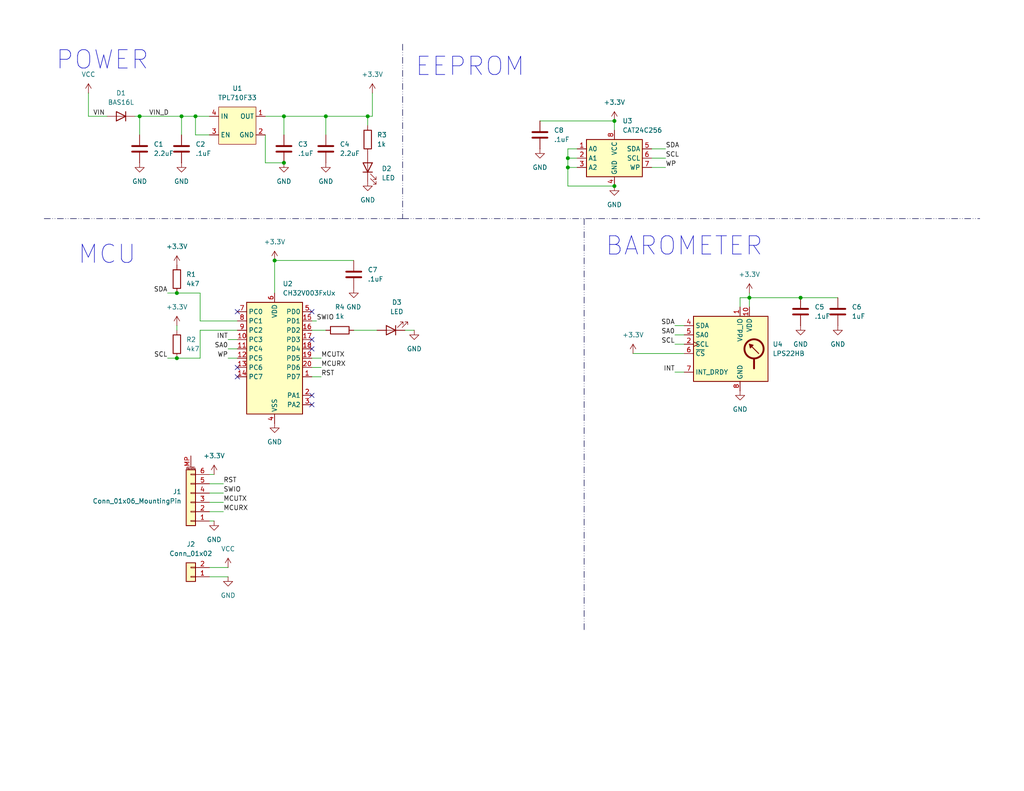
<source format=kicad_sch>
(kicad_sch
	(version 20250114)
	(generator "eeschema")
	(generator_version "9.0")
	(uuid "19c305e8-e640-48fe-aeef-d3dc37f74e84")
	(paper "A")
	(title_block
		(date "2024-11-30")
		(rev "0.1")
	)
	(lib_symbols
		(symbol "CH32X035_Altimeter_Footprints:TPL710F33"
			(exclude_from_sim no)
			(in_bom yes)
			(on_board yes)
			(property "Reference" "U"
				(at 0 1.524 0)
				(effects
					(font
						(size 1.27 1.27)
					)
				)
			)
			(property "Value" "TPL710F33"
				(at 0 0 0)
				(effects
					(font
						(size 1.27 1.27)
					)
				)
			)
			(property "Footprint" "Package_DFN_QFN:UDFN-4-1EP_1x1mm_P0.65mm_EP0.48x0.48mm"
				(at 0.762 20.574 0)
				(effects
					(font
						(size 1.27 1.27)
					)
					(hide yes)
				)
			)
			(property "Datasheet" "https://static.3peak.com/res/doc/ds/Datasheet_TPL710.pdf"
				(at 0.254 17.272 0)
				(effects
					(font
						(size 1.27 1.27)
					)
					(hide yes)
				)
			)
			(property "Description" "3.3V LDO, .17V Dropout"
				(at 0.254 13.462 0)
				(effects
					(font
						(size 1.27 1.27)
					)
					(hide yes)
				)
			)
			(symbol "TPL710F33_1_1"
				(rectangle
					(start -5.08 -1.27)
					(end 5.08 -11.43)
					(stroke
						(width 0)
						(type default)
					)
					(fill
						(type background)
					)
				)
				(pin input line
					(at -7.62 -3.81 0)
					(length 2.54)
					(name "IN"
						(effects
							(font
								(size 1.27 1.27)
							)
						)
					)
					(number "4"
						(effects
							(font
								(size 1.27 1.27)
							)
						)
					)
				)
				(pin input line
					(at -7.62 -8.89 0)
					(length 2.54)
					(name "EN"
						(effects
							(font
								(size 1.27 1.27)
							)
						)
					)
					(number "3"
						(effects
							(font
								(size 1.27 1.27)
							)
						)
					)
				)
				(pin output line
					(at 7.62 -3.81 180)
					(length 2.54)
					(name "OUT"
						(effects
							(font
								(size 1.27 1.27)
							)
						)
					)
					(number "1"
						(effects
							(font
								(size 1.27 1.27)
							)
						)
					)
				)
				(pin input line
					(at 7.62 -8.89 180)
					(length 2.54)
					(name "GND"
						(effects
							(font
								(size 1.27 1.27)
							)
						)
					)
					(number "2"
						(effects
							(font
								(size 1.27 1.27)
							)
						)
					)
				)
			)
			(embedded_fonts no)
		)
		(symbol "Connector_Generic:Conn_01x02"
			(pin_names
				(offset 1.016)
				(hide yes)
			)
			(exclude_from_sim no)
			(in_bom yes)
			(on_board yes)
			(property "Reference" "J"
				(at 0 2.54 0)
				(effects
					(font
						(size 1.27 1.27)
					)
				)
			)
			(property "Value" "Conn_01x02"
				(at 0 -5.08 0)
				(effects
					(font
						(size 1.27 1.27)
					)
				)
			)
			(property "Footprint" ""
				(at 0 0 0)
				(effects
					(font
						(size 1.27 1.27)
					)
					(hide yes)
				)
			)
			(property "Datasheet" "~"
				(at 0 0 0)
				(effects
					(font
						(size 1.27 1.27)
					)
					(hide yes)
				)
			)
			(property "Description" "Generic connector, single row, 01x02, script generated (kicad-library-utils/schlib/autogen/connector/)"
				(at 0 0 0)
				(effects
					(font
						(size 1.27 1.27)
					)
					(hide yes)
				)
			)
			(property "ki_keywords" "connector"
				(at 0 0 0)
				(effects
					(font
						(size 1.27 1.27)
					)
					(hide yes)
				)
			)
			(property "ki_fp_filters" "Connector*:*_1x??_*"
				(at 0 0 0)
				(effects
					(font
						(size 1.27 1.27)
					)
					(hide yes)
				)
			)
			(symbol "Conn_01x02_1_1"
				(rectangle
					(start -1.27 1.27)
					(end 1.27 -3.81)
					(stroke
						(width 0.254)
						(type default)
					)
					(fill
						(type background)
					)
				)
				(rectangle
					(start -1.27 0.127)
					(end 0 -0.127)
					(stroke
						(width 0.1524)
						(type default)
					)
					(fill
						(type none)
					)
				)
				(rectangle
					(start -1.27 -2.413)
					(end 0 -2.667)
					(stroke
						(width 0.1524)
						(type default)
					)
					(fill
						(type none)
					)
				)
				(pin passive line
					(at -5.08 0 0)
					(length 3.81)
					(name "Pin_1"
						(effects
							(font
								(size 1.27 1.27)
							)
						)
					)
					(number "1"
						(effects
							(font
								(size 1.27 1.27)
							)
						)
					)
				)
				(pin passive line
					(at -5.08 -2.54 0)
					(length 3.81)
					(name "Pin_2"
						(effects
							(font
								(size 1.27 1.27)
							)
						)
					)
					(number "2"
						(effects
							(font
								(size 1.27 1.27)
							)
						)
					)
				)
			)
			(embedded_fonts no)
		)
		(symbol "Connector_Generic_MountingPin:Conn_01x06_MountingPin"
			(pin_names
				(offset 1.016)
				(hide yes)
			)
			(exclude_from_sim no)
			(in_bom yes)
			(on_board yes)
			(property "Reference" "J"
				(at 0 7.62 0)
				(effects
					(font
						(size 1.27 1.27)
					)
				)
			)
			(property "Value" "Conn_01x06_MountingPin"
				(at 1.27 -10.16 0)
				(effects
					(font
						(size 1.27 1.27)
					)
					(justify left)
				)
			)
			(property "Footprint" ""
				(at 0 0 0)
				(effects
					(font
						(size 1.27 1.27)
					)
					(hide yes)
				)
			)
			(property "Datasheet" "~"
				(at 0 0 0)
				(effects
					(font
						(size 1.27 1.27)
					)
					(hide yes)
				)
			)
			(property "Description" "Generic connectable mounting pin connector, single row, 01x06, script generated (kicad-library-utils/schlib/autogen/connector/)"
				(at 0 0 0)
				(effects
					(font
						(size 1.27 1.27)
					)
					(hide yes)
				)
			)
			(property "ki_keywords" "connector"
				(at 0 0 0)
				(effects
					(font
						(size 1.27 1.27)
					)
					(hide yes)
				)
			)
			(property "ki_fp_filters" "Connector*:*_1x??-1MP*"
				(at 0 0 0)
				(effects
					(font
						(size 1.27 1.27)
					)
					(hide yes)
				)
			)
			(symbol "Conn_01x06_MountingPin_1_1"
				(rectangle
					(start -1.27 6.35)
					(end 1.27 -8.89)
					(stroke
						(width 0.254)
						(type default)
					)
					(fill
						(type background)
					)
				)
				(rectangle
					(start -1.27 5.207)
					(end 0 4.953)
					(stroke
						(width 0.1524)
						(type default)
					)
					(fill
						(type none)
					)
				)
				(rectangle
					(start -1.27 2.667)
					(end 0 2.413)
					(stroke
						(width 0.1524)
						(type default)
					)
					(fill
						(type none)
					)
				)
				(rectangle
					(start -1.27 0.127)
					(end 0 -0.127)
					(stroke
						(width 0.1524)
						(type default)
					)
					(fill
						(type none)
					)
				)
				(rectangle
					(start -1.27 -2.413)
					(end 0 -2.667)
					(stroke
						(width 0.1524)
						(type default)
					)
					(fill
						(type none)
					)
				)
				(rectangle
					(start -1.27 -4.953)
					(end 0 -5.207)
					(stroke
						(width 0.1524)
						(type default)
					)
					(fill
						(type none)
					)
				)
				(rectangle
					(start -1.27 -7.493)
					(end 0 -7.747)
					(stroke
						(width 0.1524)
						(type default)
					)
					(fill
						(type none)
					)
				)
				(polyline
					(pts
						(xy -1.016 -9.652) (xy 1.016 -9.652)
					)
					(stroke
						(width 0.1524)
						(type default)
					)
					(fill
						(type none)
					)
				)
				(text "Mounting"
					(at 0 -9.271 0)
					(effects
						(font
							(size 0.381 0.381)
						)
					)
				)
				(pin passive line
					(at -5.08 5.08 0)
					(length 3.81)
					(name "Pin_1"
						(effects
							(font
								(size 1.27 1.27)
							)
						)
					)
					(number "1"
						(effects
							(font
								(size 1.27 1.27)
							)
						)
					)
				)
				(pin passive line
					(at -5.08 2.54 0)
					(length 3.81)
					(name "Pin_2"
						(effects
							(font
								(size 1.27 1.27)
							)
						)
					)
					(number "2"
						(effects
							(font
								(size 1.27 1.27)
							)
						)
					)
				)
				(pin passive line
					(at -5.08 0 0)
					(length 3.81)
					(name "Pin_3"
						(effects
							(font
								(size 1.27 1.27)
							)
						)
					)
					(number "3"
						(effects
							(font
								(size 1.27 1.27)
							)
						)
					)
				)
				(pin passive line
					(at -5.08 -2.54 0)
					(length 3.81)
					(name "Pin_4"
						(effects
							(font
								(size 1.27 1.27)
							)
						)
					)
					(number "4"
						(effects
							(font
								(size 1.27 1.27)
							)
						)
					)
				)
				(pin passive line
					(at -5.08 -5.08 0)
					(length 3.81)
					(name "Pin_5"
						(effects
							(font
								(size 1.27 1.27)
							)
						)
					)
					(number "5"
						(effects
							(font
								(size 1.27 1.27)
							)
						)
					)
				)
				(pin passive line
					(at -5.08 -7.62 0)
					(length 3.81)
					(name "Pin_6"
						(effects
							(font
								(size 1.27 1.27)
							)
						)
					)
					(number "6"
						(effects
							(font
								(size 1.27 1.27)
							)
						)
					)
				)
				(pin passive line
					(at 0 -12.7 90)
					(length 3.048)
					(name "MountPin"
						(effects
							(font
								(size 1.27 1.27)
							)
						)
					)
					(number "MP"
						(effects
							(font
								(size 1.27 1.27)
							)
						)
					)
				)
			)
			(embedded_fonts no)
		)
		(symbol "Device:C"
			(pin_numbers
				(hide yes)
			)
			(pin_names
				(offset 0.254)
			)
			(exclude_from_sim no)
			(in_bom yes)
			(on_board yes)
			(property "Reference" "C"
				(at 0.635 2.54 0)
				(effects
					(font
						(size 1.27 1.27)
					)
					(justify left)
				)
			)
			(property "Value" "C"
				(at 0.635 -2.54 0)
				(effects
					(font
						(size 1.27 1.27)
					)
					(justify left)
				)
			)
			(property "Footprint" ""
				(at 0.9652 -3.81 0)
				(effects
					(font
						(size 1.27 1.27)
					)
					(hide yes)
				)
			)
			(property "Datasheet" "~"
				(at 0 0 0)
				(effects
					(font
						(size 1.27 1.27)
					)
					(hide yes)
				)
			)
			(property "Description" "Unpolarized capacitor"
				(at 0 0 0)
				(effects
					(font
						(size 1.27 1.27)
					)
					(hide yes)
				)
			)
			(property "ki_keywords" "cap capacitor"
				(at 0 0 0)
				(effects
					(font
						(size 1.27 1.27)
					)
					(hide yes)
				)
			)
			(property "ki_fp_filters" "C_*"
				(at 0 0 0)
				(effects
					(font
						(size 1.27 1.27)
					)
					(hide yes)
				)
			)
			(symbol "C_0_1"
				(polyline
					(pts
						(xy -2.032 0.762) (xy 2.032 0.762)
					)
					(stroke
						(width 0.508)
						(type default)
					)
					(fill
						(type none)
					)
				)
				(polyline
					(pts
						(xy -2.032 -0.762) (xy 2.032 -0.762)
					)
					(stroke
						(width 0.508)
						(type default)
					)
					(fill
						(type none)
					)
				)
			)
			(symbol "C_1_1"
				(pin passive line
					(at 0 3.81 270)
					(length 2.794)
					(name "~"
						(effects
							(font
								(size 1.27 1.27)
							)
						)
					)
					(number "1"
						(effects
							(font
								(size 1.27 1.27)
							)
						)
					)
				)
				(pin passive line
					(at 0 -3.81 90)
					(length 2.794)
					(name "~"
						(effects
							(font
								(size 1.27 1.27)
							)
						)
					)
					(number "2"
						(effects
							(font
								(size 1.27 1.27)
							)
						)
					)
				)
			)
			(embedded_fonts no)
		)
		(symbol "Device:LED"
			(pin_numbers
				(hide yes)
			)
			(pin_names
				(offset 1.016)
				(hide yes)
			)
			(exclude_from_sim no)
			(in_bom yes)
			(on_board yes)
			(property "Reference" "D"
				(at 0 2.54 0)
				(effects
					(font
						(size 1.27 1.27)
					)
				)
			)
			(property "Value" "LED"
				(at 0 -2.54 0)
				(effects
					(font
						(size 1.27 1.27)
					)
				)
			)
			(property "Footprint" ""
				(at 0 0 0)
				(effects
					(font
						(size 1.27 1.27)
					)
					(hide yes)
				)
			)
			(property "Datasheet" "~"
				(at 0 0 0)
				(effects
					(font
						(size 1.27 1.27)
					)
					(hide yes)
				)
			)
			(property "Description" "Light emitting diode"
				(at 0 0 0)
				(effects
					(font
						(size 1.27 1.27)
					)
					(hide yes)
				)
			)
			(property "ki_keywords" "LED diode"
				(at 0 0 0)
				(effects
					(font
						(size 1.27 1.27)
					)
					(hide yes)
				)
			)
			(property "ki_fp_filters" "LED* LED_SMD:* LED_THT:*"
				(at 0 0 0)
				(effects
					(font
						(size 1.27 1.27)
					)
					(hide yes)
				)
			)
			(symbol "LED_0_1"
				(polyline
					(pts
						(xy -3.048 -0.762) (xy -4.572 -2.286) (xy -3.81 -2.286) (xy -4.572 -2.286) (xy -4.572 -1.524)
					)
					(stroke
						(width 0)
						(type default)
					)
					(fill
						(type none)
					)
				)
				(polyline
					(pts
						(xy -1.778 -0.762) (xy -3.302 -2.286) (xy -2.54 -2.286) (xy -3.302 -2.286) (xy -3.302 -1.524)
					)
					(stroke
						(width 0)
						(type default)
					)
					(fill
						(type none)
					)
				)
				(polyline
					(pts
						(xy -1.27 0) (xy 1.27 0)
					)
					(stroke
						(width 0)
						(type default)
					)
					(fill
						(type none)
					)
				)
				(polyline
					(pts
						(xy -1.27 -1.27) (xy -1.27 1.27)
					)
					(stroke
						(width 0.254)
						(type default)
					)
					(fill
						(type none)
					)
				)
				(polyline
					(pts
						(xy 1.27 -1.27) (xy 1.27 1.27) (xy -1.27 0) (xy 1.27 -1.27)
					)
					(stroke
						(width 0.254)
						(type default)
					)
					(fill
						(type none)
					)
				)
			)
			(symbol "LED_1_1"
				(pin passive line
					(at -3.81 0 0)
					(length 2.54)
					(name "K"
						(effects
							(font
								(size 1.27 1.27)
							)
						)
					)
					(number "1"
						(effects
							(font
								(size 1.27 1.27)
							)
						)
					)
				)
				(pin passive line
					(at 3.81 0 180)
					(length 2.54)
					(name "A"
						(effects
							(font
								(size 1.27 1.27)
							)
						)
					)
					(number "2"
						(effects
							(font
								(size 1.27 1.27)
							)
						)
					)
				)
			)
			(embedded_fonts no)
		)
		(symbol "Device:R"
			(pin_numbers
				(hide yes)
			)
			(pin_names
				(offset 0)
			)
			(exclude_from_sim no)
			(in_bom yes)
			(on_board yes)
			(property "Reference" "R"
				(at 2.032 0 90)
				(effects
					(font
						(size 1.27 1.27)
					)
				)
			)
			(property "Value" "R"
				(at 0 0 90)
				(effects
					(font
						(size 1.27 1.27)
					)
				)
			)
			(property "Footprint" ""
				(at -1.778 0 90)
				(effects
					(font
						(size 1.27 1.27)
					)
					(hide yes)
				)
			)
			(property "Datasheet" "~"
				(at 0 0 0)
				(effects
					(font
						(size 1.27 1.27)
					)
					(hide yes)
				)
			)
			(property "Description" "Resistor"
				(at 0 0 0)
				(effects
					(font
						(size 1.27 1.27)
					)
					(hide yes)
				)
			)
			(property "ki_keywords" "R res resistor"
				(at 0 0 0)
				(effects
					(font
						(size 1.27 1.27)
					)
					(hide yes)
				)
			)
			(property "ki_fp_filters" "R_*"
				(at 0 0 0)
				(effects
					(font
						(size 1.27 1.27)
					)
					(hide yes)
				)
			)
			(symbol "R_0_1"
				(rectangle
					(start -1.016 -2.54)
					(end 1.016 2.54)
					(stroke
						(width 0.254)
						(type default)
					)
					(fill
						(type none)
					)
				)
			)
			(symbol "R_1_1"
				(pin passive line
					(at 0 3.81 270)
					(length 1.27)
					(name "~"
						(effects
							(font
								(size 1.27 1.27)
							)
						)
					)
					(number "1"
						(effects
							(font
								(size 1.27 1.27)
							)
						)
					)
				)
				(pin passive line
					(at 0 -3.81 90)
					(length 1.27)
					(name "~"
						(effects
							(font
								(size 1.27 1.27)
							)
						)
					)
					(number "2"
						(effects
							(font
								(size 1.27 1.27)
							)
						)
					)
				)
			)
			(embedded_fonts no)
		)
		(symbol "Diode:BAS16L"
			(pin_numbers
				(hide yes)
			)
			(pin_names
				(hide yes)
			)
			(exclude_from_sim no)
			(in_bom yes)
			(on_board yes)
			(property "Reference" "D"
				(at 0 2.54 0)
				(effects
					(font
						(size 1.27 1.27)
					)
				)
			)
			(property "Value" "BAS16L"
				(at 0 -2.54 0)
				(effects
					(font
						(size 1.27 1.27)
					)
				)
			)
			(property "Footprint" "Diode_SMD:D_0402_1005Metric"
				(at 0 0 0)
				(effects
					(font
						(size 1.27 1.27)
					)
					(hide yes)
				)
			)
			(property "Datasheet" "https://www.vishay.com/docs/86187/bas16l.pdf"
				(at 0 0 0)
				(effects
					(font
						(size 1.27 1.27)
					)
					(hide yes)
				)
			)
			(property "Description" "100V 250mA General Purpose Rectifier Diode, 0402"
				(at -1.27 -7.874 0)
				(effects
					(font
						(size 1.27 1.27)
					)
					(hide yes)
				)
			)
			(property "Sim.Device" "D"
				(at 0 0 0)
				(effects
					(font
						(size 1.27 1.27)
					)
					(hide yes)
				)
			)
			(property "Sim.Pins" "1=K 2=A"
				(at 0 0 0)
				(effects
					(font
						(size 1.27 1.27)
					)
					(hide yes)
				)
			)
			(property "ki_keywords" "diode"
				(at 0 0 0)
				(effects
					(font
						(size 1.27 1.27)
					)
					(hide yes)
				)
			)
			(property "ki_fp_filters" "D*DO?41*"
				(at 0 0 0)
				(effects
					(font
						(size 1.27 1.27)
					)
					(hide yes)
				)
			)
			(symbol "BAS16L_0_1"
				(polyline
					(pts
						(xy -1.27 1.27) (xy -1.27 -1.27)
					)
					(stroke
						(width 0.254)
						(type default)
					)
					(fill
						(type none)
					)
				)
				(polyline
					(pts
						(xy 1.27 1.27) (xy 1.27 -1.27) (xy -1.27 0) (xy 1.27 1.27)
					)
					(stroke
						(width 0.254)
						(type default)
					)
					(fill
						(type none)
					)
				)
				(polyline
					(pts
						(xy 1.27 0) (xy -1.27 0)
					)
					(stroke
						(width 0)
						(type default)
					)
					(fill
						(type none)
					)
				)
			)
			(symbol "BAS16L_1_1"
				(pin passive line
					(at -3.81 0 0)
					(length 2.54)
					(name "K"
						(effects
							(font
								(size 1.27 1.27)
							)
						)
					)
					(number "1"
						(effects
							(font
								(size 1.27 1.27)
							)
						)
					)
				)
				(pin passive line
					(at 3.81 0 180)
					(length 2.54)
					(name "A"
						(effects
							(font
								(size 1.27 1.27)
							)
						)
					)
					(number "2"
						(effects
							(font
								(size 1.27 1.27)
							)
						)
					)
				)
			)
			(embedded_fonts no)
		)
		(symbol "MCU_WCH_CH32V0:CH32V003FxUx"
			(exclude_from_sim no)
			(in_bom yes)
			(on_board yes)
			(property "Reference" "U"
				(at -7.62 17.78 0)
				(effects
					(font
						(size 1.27 1.27)
					)
				)
			)
			(property "Value" "CH32V003FxUx"
				(at 7.62 17.78 0)
				(effects
					(font
						(size 1.27 1.27)
					)
				)
			)
			(property "Footprint" "Package_DFN_QFN:QFN-20-1EP_3x3mm_P0.4mm_EP1.65x1.65mm"
				(at -1.27 0 0)
				(effects
					(font
						(size 1.27 1.27)
					)
					(hide yes)
				)
			)
			(property "Datasheet" "https://www.wch-ic.com/products/CH32V003.html"
				(at -1.27 0 0)
				(effects
					(font
						(size 1.27 1.27)
					)
					(hide yes)
				)
			)
			(property "Description" "CH32V003 series are industrial-grade general-purpose microcontrollers designed based on 32-bit RISC-V instruction set and architecture. It adopts QingKe V2A core, RV32EC instruction set, and supports 2 levels of interrupt nesting. The series are mounted with rich peripheral interfaces and function modules. Its internal organizational structure meets the low-cost and low-power embedded application scenarios."
				(at 0 0 0)
				(effects
					(font
						(size 1.27 1.27)
					)
					(hide yes)
				)
			)
			(property "ki_keywords" "microcontroller wch RISC-V"
				(at 0 0 0)
				(effects
					(font
						(size 1.27 1.27)
					)
					(hide yes)
				)
			)
			(property "ki_fp_filters" "QFN*1EP*3x3mm*P0.4mm*EP1.65x1.65mm*"
				(at 0 0 0)
				(effects
					(font
						(size 1.27 1.27)
					)
					(hide yes)
				)
			)
			(symbol "CH32V003FxUx_1_1"
				(rectangle
					(start -7.62 15.24)
					(end 7.62 -15.24)
					(stroke
						(width 0.254)
						(type default)
					)
					(fill
						(type background)
					)
				)
				(pin bidirectional line
					(at -10.16 12.7 0)
					(length 2.54)
					(name "PC0"
						(effects
							(font
								(size 1.27 1.27)
							)
						)
					)
					(number "7"
						(effects
							(font
								(size 1.27 1.27)
							)
						)
					)
					(alternate "NSS_1" bidirectional line)
					(alternate "T1CH3_1" bidirectional line)
					(alternate "T2CH3" bidirectional line)
					(alternate "T2CH3_2" bidirectional line)
					(alternate "UTX_3" bidirectional line)
				)
				(pin bidirectional line
					(at -10.16 10.16 0)
					(length 2.54)
					(name "PC1"
						(effects
							(font
								(size 1.27 1.27)
							)
						)
					)
					(number "8"
						(effects
							(font
								(size 1.27 1.27)
							)
						)
					)
					(alternate "NSS" bidirectional line)
					(alternate "SDA" bidirectional line)
					(alternate "T1BKIN_1" bidirectional line)
					(alternate "T1BKIN_3" bidirectional line)
					(alternate "T2CH1ETR_2" bidirectional line)
					(alternate "T2CH1ETR_3" bidirectional line)
					(alternate "T2CH4_1" bidirectional line)
					(alternate "URX_3" bidirectional line)
				)
				(pin bidirectional line
					(at -10.16 7.62 0)
					(length 2.54)
					(name "PC2"
						(effects
							(font
								(size 1.27 1.27)
							)
						)
					)
					(number "9"
						(effects
							(font
								(size 1.27 1.27)
							)
						)
					)
					(alternate "AETR_1" bidirectional line)
					(alternate "SCL" bidirectional line)
					(alternate "T1BKIN" bidirectional line)
					(alternate "T1BKIN_2" bidirectional line)
					(alternate "T1ETR_3" bidirectional line)
					(alternate "T2CH2_1" bidirectional line)
					(alternate "URTS" bidirectional line)
					(alternate "URTS_1" bidirectional line)
				)
				(pin bidirectional line
					(at -10.16 5.08 0)
					(length 2.54)
					(name "PC3"
						(effects
							(font
								(size 1.27 1.27)
							)
						)
					)
					(number "10"
						(effects
							(font
								(size 1.27 1.27)
							)
						)
					)
					(alternate "T1CH1N_1" bidirectional line)
					(alternate "T1CH1N_3" bidirectional line)
					(alternate "T1CH3" bidirectional line)
					(alternate "T1CH3_2" bidirectional line)
					(alternate "UCTS_1" bidirectional line)
				)
				(pin bidirectional line
					(at -10.16 2.54 0)
					(length 2.54)
					(name "PC4"
						(effects
							(font
								(size 1.27 1.27)
							)
						)
					)
					(number "11"
						(effects
							(font
								(size 1.27 1.27)
							)
						)
					)
					(alternate "A2" bidirectional line)
					(alternate "MCO" bidirectional line)
					(alternate "T1CH1_3" bidirectional line)
					(alternate "T1CH2N_1" bidirectional line)
					(alternate "T1CH4" bidirectional line)
					(alternate "T1CH4_2" bidirectional line)
				)
				(pin bidirectional line
					(at -10.16 0 0)
					(length 2.54)
					(name "PC5"
						(effects
							(font
								(size 1.27 1.27)
							)
						)
					)
					(number "12"
						(effects
							(font
								(size 1.27 1.27)
							)
						)
					)
					(alternate "SCK" bidirectional line)
					(alternate "SCK_1" bidirectional line)
					(alternate "SCL_2" bidirectional line)
					(alternate "SCL_3" bidirectional line)
					(alternate "T1CH3_3" bidirectional line)
					(alternate "T1ETR" bidirectional line)
					(alternate "T1ETR_1" bidirectional line)
					(alternate "T2CH1ETR_1" bidirectional line)
					(alternate "UCK_3" bidirectional line)
				)
				(pin bidirectional line
					(at -10.16 -2.54 0)
					(length 2.54)
					(name "PC6"
						(effects
							(font
								(size 1.27 1.27)
							)
						)
					)
					(number "13"
						(effects
							(font
								(size 1.27 1.27)
							)
						)
					)
					(alternate "MOSI" bidirectional line)
					(alternate "MOSI_1" bidirectional line)
					(alternate "SDA_2" bidirectional line)
					(alternate "SDA_3" bidirectional line)
					(alternate "T1CH1_1" bidirectional line)
					(alternate "T1CH3N_3" bidirectional line)
					(alternate "UCTS_2" bidirectional line)
					(alternate "UCTS_3" bidirectional line)
				)
				(pin bidirectional line
					(at -10.16 -5.08 0)
					(length 2.54)
					(name "PC7"
						(effects
							(font
								(size 1.27 1.27)
							)
						)
					)
					(number "14"
						(effects
							(font
								(size 1.27 1.27)
							)
						)
					)
					(alternate "MISO" bidirectional line)
					(alternate "MISO_1" bidirectional line)
					(alternate "T1CH2_1" bidirectional line)
					(alternate "T1CH2_3" bidirectional line)
					(alternate "T2CH2_3" bidirectional line)
					(alternate "URTS_2" bidirectional line)
					(alternate "URTS_3" bidirectional line)
				)
				(pin power_in line
					(at 0 17.78 270)
					(length 2.54)
					(name "VDD"
						(effects
							(font
								(size 1.27 1.27)
							)
						)
					)
					(number "6"
						(effects
							(font
								(size 1.27 1.27)
							)
						)
					)
				)
				(pin passive line
					(at 0 -17.78 90)
					(length 2.54)
					(hide yes)
					(name "VSS"
						(effects
							(font
								(size 1.27 1.27)
							)
						)
					)
					(number "21"
						(effects
							(font
								(size 1.27 1.27)
							)
						)
					)
				)
				(pin power_in line
					(at 0 -17.78 90)
					(length 2.54)
					(name "VSS"
						(effects
							(font
								(size 1.27 1.27)
							)
						)
					)
					(number "4"
						(effects
							(font
								(size 1.27 1.27)
							)
						)
					)
				)
				(pin bidirectional line
					(at 10.16 12.7 180)
					(length 2.54)
					(name "PD0"
						(effects
							(font
								(size 1.27 1.27)
							)
						)
					)
					(number "5"
						(effects
							(font
								(size 1.27 1.27)
							)
						)
					)
					(alternate "OPN1" bidirectional line)
					(alternate "SDA_1" bidirectional line)
					(alternate "TICH1N" bidirectional line)
					(alternate "TICH1N_2" bidirectional line)
					(alternate "UTX_1" bidirectional line)
				)
				(pin bidirectional line
					(at 10.16 10.16 180)
					(length 2.54)
					(name "PD1"
						(effects
							(font
								(size 1.27 1.27)
							)
						)
					)
					(number "15"
						(effects
							(font
								(size 1.27 1.27)
							)
						)
					)
					(alternate "AETR2" bidirectional line)
					(alternate "SCL_1" bidirectional line)
					(alternate "SWIO" bidirectional line)
					(alternate "T1CH3N" bidirectional line)
					(alternate "T1CH3N_1" bidirectional line)
					(alternate "T1CH3N_2" bidirectional line)
					(alternate "URX_1" bidirectional line)
				)
				(pin bidirectional line
					(at 10.16 7.62 180)
					(length 2.54)
					(name "PD2"
						(effects
							(font
								(size 1.27 1.27)
							)
						)
					)
					(number "16"
						(effects
							(font
								(size 1.27 1.27)
							)
						)
					)
					(alternate "A3" bidirectional line)
					(alternate "T1CH1" bidirectional line)
					(alternate "T1CH1_2" bidirectional line)
					(alternate "T1CH2N_3" bidirectional line)
					(alternate "T2CH3_1" bidirectional line)
				)
				(pin bidirectional line
					(at 10.16 5.08 180)
					(length 2.54)
					(name "PD3"
						(effects
							(font
								(size 1.27 1.27)
							)
						)
					)
					(number "17"
						(effects
							(font
								(size 1.27 1.27)
							)
						)
					)
					(alternate "A4" bidirectional line)
					(alternate "AETR" bidirectional line)
					(alternate "T1CH4_1" bidirectional line)
					(alternate "T2CH2" bidirectional line)
					(alternate "T2CH2_2" bidirectional line)
					(alternate "UCTS" bidirectional line)
				)
				(pin bidirectional line
					(at 10.16 2.54 180)
					(length 2.54)
					(name "PD4"
						(effects
							(font
								(size 1.27 1.27)
							)
						)
					)
					(number "18"
						(effects
							(font
								(size 1.27 1.27)
							)
						)
					)
					(alternate "A7" bidirectional line)
					(alternate "OPO" bidirectional line)
					(alternate "T1CH4_3" bidirectional line)
					(alternate "T2CH1ETR" bidirectional line)
					(alternate "TIETR_2" bidirectional line)
					(alternate "UCK" bidirectional line)
				)
				(pin bidirectional line
					(at 10.16 0 180)
					(length 2.54)
					(name "PD5"
						(effects
							(font
								(size 1.27 1.27)
							)
						)
					)
					(number "19"
						(effects
							(font
								(size 1.27 1.27)
							)
						)
					)
					(alternate "A5" bidirectional line)
					(alternate "T2CH4_3" bidirectional line)
					(alternate "URX_2" bidirectional line)
					(alternate "UTX" bidirectional line)
				)
				(pin bidirectional line
					(at 10.16 -2.54 180)
					(length 2.54)
					(name "PD6"
						(effects
							(font
								(size 1.27 1.27)
							)
						)
					)
					(number "20"
						(effects
							(font
								(size 1.27 1.27)
							)
						)
					)
					(alternate "A6" bidirectional line)
					(alternate "T2CH3_3" bidirectional line)
					(alternate "URX" bidirectional line)
					(alternate "UTX_2" bidirectional line)
				)
				(pin bidirectional line
					(at 10.16 -5.08 180)
					(length 2.54)
					(name "PD7"
						(effects
							(font
								(size 1.27 1.27)
							)
						)
					)
					(number "1"
						(effects
							(font
								(size 1.27 1.27)
							)
						)
					)
					(alternate "NRST" bidirectional line)
					(alternate "OPP1" bidirectional line)
					(alternate "T2CH4" bidirectional line)
					(alternate "T2CH4_2" bidirectional line)
					(alternate "UCK_1" bidirectional line)
					(alternate "UCK_2" bidirectional line)
				)
				(pin bidirectional line
					(at 10.16 -10.16 180)
					(length 2.54)
					(name "PA1"
						(effects
							(font
								(size 1.27 1.27)
							)
						)
					)
					(number "2"
						(effects
							(font
								(size 1.27 1.27)
							)
						)
					)
					(alternate "A1" bidirectional line)
					(alternate "OPN0" bidirectional line)
					(alternate "OSCI" bidirectional line)
					(alternate "T1CH2" bidirectional line)
					(alternate "T1CH2_2" bidirectional line)
				)
				(pin bidirectional line
					(at 10.16 -12.7 180)
					(length 2.54)
					(name "PA2"
						(effects
							(font
								(size 1.27 1.27)
							)
						)
					)
					(number "3"
						(effects
							(font
								(size 1.27 1.27)
							)
						)
					)
					(alternate "A0" bidirectional line)
					(alternate "AETR2_1" bidirectional line)
					(alternate "OPP0" bidirectional line)
					(alternate "OSCO" bidirectional line)
					(alternate "TICH2N" bidirectional line)
					(alternate "TICH2N_2" bidirectional line)
				)
			)
			(embedded_fonts no)
		)
		(symbol "Memory_EEPROM:CAT24C256"
			(exclude_from_sim no)
			(in_bom yes)
			(on_board yes)
			(property "Reference" "U"
				(at -6.35 6.35 0)
				(effects
					(font
						(size 1.27 1.27)
					)
				)
			)
			(property "Value" "CAT24C256"
				(at 1.27 6.35 0)
				(effects
					(font
						(size 1.27 1.27)
					)
					(justify left)
				)
			)
			(property "Footprint" ""
				(at 0 0 0)
				(effects
					(font
						(size 1.27 1.27)
					)
					(hide yes)
				)
			)
			(property "Datasheet" "https://www.onsemi.cn/PowerSolutions/document/CAT24C256-D.PDF"
				(at 0 0 0)
				(effects
					(font
						(size 1.27 1.27)
					)
					(hide yes)
				)
			)
			(property "Description" "256 kb CMOS Serial EEPROM, DIP-8/SOIC-8/TSSOP-8/DFN-8"
				(at 0 0 0)
				(effects
					(font
						(size 1.27 1.27)
					)
					(hide yes)
				)
			)
			(property "ki_keywords" "I2C EEPROM Serial 256kb"
				(at 0 0 0)
				(effects
					(font
						(size 1.27 1.27)
					)
					(hide yes)
				)
			)
			(property "ki_fp_filters" "DIP*W7.62mm* SOIC*3.9x4.9mm* TSSOP*4.4x3mm*P0.65mm* DFN*3x2mm*P0.5mm*"
				(at 0 0 0)
				(effects
					(font
						(size 1.27 1.27)
					)
					(hide yes)
				)
			)
			(symbol "CAT24C256_1_1"
				(rectangle
					(start -7.62 5.08)
					(end 7.62 -5.08)
					(stroke
						(width 0.254)
						(type default)
					)
					(fill
						(type background)
					)
				)
				(pin input line
					(at -10.16 2.54 0)
					(length 2.54)
					(name "A0"
						(effects
							(font
								(size 1.27 1.27)
							)
						)
					)
					(number "1"
						(effects
							(font
								(size 1.27 1.27)
							)
						)
					)
				)
				(pin input line
					(at -10.16 0 0)
					(length 2.54)
					(name "A1"
						(effects
							(font
								(size 1.27 1.27)
							)
						)
					)
					(number "2"
						(effects
							(font
								(size 1.27 1.27)
							)
						)
					)
				)
				(pin input line
					(at -10.16 -2.54 0)
					(length 2.54)
					(name "A2"
						(effects
							(font
								(size 1.27 1.27)
							)
						)
					)
					(number "3"
						(effects
							(font
								(size 1.27 1.27)
							)
						)
					)
				)
				(pin power_in line
					(at 0 7.62 270)
					(length 2.54)
					(name "VCC"
						(effects
							(font
								(size 1.27 1.27)
							)
						)
					)
					(number "8"
						(effects
							(font
								(size 1.27 1.27)
							)
						)
					)
				)
				(pin power_in line
					(at 0 -7.62 90)
					(length 2.54)
					(name "GND"
						(effects
							(font
								(size 1.27 1.27)
							)
						)
					)
					(number "4"
						(effects
							(font
								(size 1.27 1.27)
							)
						)
					)
				)
				(pin bidirectional line
					(at 10.16 2.54 180)
					(length 2.54)
					(name "SDA"
						(effects
							(font
								(size 1.27 1.27)
							)
						)
					)
					(number "5"
						(effects
							(font
								(size 1.27 1.27)
							)
						)
					)
				)
				(pin input line
					(at 10.16 0 180)
					(length 2.54)
					(name "SCL"
						(effects
							(font
								(size 1.27 1.27)
							)
						)
					)
					(number "6"
						(effects
							(font
								(size 1.27 1.27)
							)
						)
					)
				)
				(pin input line
					(at 10.16 -2.54 180)
					(length 2.54)
					(name "WP"
						(effects
							(font
								(size 1.27 1.27)
							)
						)
					)
					(number "7"
						(effects
							(font
								(size 1.27 1.27)
							)
						)
					)
				)
			)
			(embedded_fonts no)
		)
		(symbol "Sensor_Pressure:LPS22HB"
			(exclude_from_sim no)
			(in_bom yes)
			(on_board yes)
			(property "Reference" "U"
				(at -11.43 1.27 0)
				(effects
					(font
						(size 1.27 1.27)
					)
					(justify right)
				)
			)
			(property "Value" "LPS22HB"
				(at -11.43 -1.27 0)
				(effects
					(font
						(size 1.27 1.27)
					)
					(justify right)
				)
			)
			(property "Footprint" "Package_LGA:ST_HLGA-10_2x2mm_P0.5mm_LayoutBorder3x2y"
				(at 1.27 -11.43 0)
				(effects
					(font
						(size 1.27 1.27)
					)
					(justify left)
					(hide yes)
				)
			)
			(property "Datasheet" "https://www.st.com/resource/en/datasheet/lps22hb.pdf"
				(at 1.27 -13.97 0)
				(effects
					(font
						(size 1.27 1.27)
					)
					(justify left)
					(hide yes)
				)
			)
			(property "Description" "MEMS nano pressure sensor, 260-1260 hPa, absolute digital output baromeeter, 24 bit, SPI, I2C, 0.0075 hPa noise rms, ST_HLGA-10L"
				(at 0 0 0)
				(effects
					(font
						(size 1.27 1.27)
					)
					(hide yes)
				)
			)
			(property "ki_keywords" "mems absolute baromeeter spi i2c pressure"
				(at 0 0 0)
				(effects
					(font
						(size 1.27 1.27)
					)
					(hide yes)
				)
			)
			(property "ki_fp_filters" "ST?HLGA*2x2mm*P0.5mm*LayoutBorder3x2y*"
				(at 0 0 0)
				(effects
					(font
						(size 1.27 1.27)
					)
					(hide yes)
				)
			)
			(symbol "LPS22HB_0_1"
				(rectangle
					(start -10.16 10.16)
					(end 10.16 -7.62)
					(stroke
						(width 0.254)
						(type default)
					)
					(fill
						(type background)
					)
				)
				(polyline
					(pts
						(xy -7.62 0) (xy -5.08 2.54)
					)
					(stroke
						(width 0.254)
						(type default)
					)
					(fill
						(type none)
					)
				)
				(circle
					(center -6.35 1.27)
					(radius 2.6162)
					(stroke
						(width 0.508)
						(type default)
					)
					(fill
						(type none)
					)
				)
				(polyline
					(pts
						(xy -6.35 -1.524) (xy -6.35 -4.064)
					)
					(stroke
						(width 0.508)
						(type default)
					)
					(fill
						(type none)
					)
				)
				(polyline
					(pts
						(xy -5.08 2.54) (xy -5.334 1.524) (xy -6.096 2.286) (xy -5.08 2.54)
					)
					(stroke
						(width 0.254)
						(type default)
					)
					(fill
						(type outline)
					)
				)
			)
			(symbol "LPS22HB_1_1"
				(pin power_in line
					(at -5.08 12.7 270)
					(length 2.54)
					(name "VDD"
						(effects
							(font
								(size 1.27 1.27)
							)
						)
					)
					(number "10"
						(effects
							(font
								(size 1.27 1.27)
							)
						)
					)
				)
				(pin power_in line
					(at -2.54 12.7 270)
					(length 2.54)
					(name "Vdd_IO"
						(effects
							(font
								(size 1.27 1.27)
							)
						)
					)
					(number "1"
						(effects
							(font
								(size 1.27 1.27)
							)
						)
					)
				)
				(pin passive line
					(at -2.54 -10.16 90)
					(length 2.54)
					(hide yes)
					(name "GND"
						(effects
							(font
								(size 1.27 1.27)
							)
						)
					)
					(number "3"
						(effects
							(font
								(size 1.27 1.27)
							)
						)
					)
				)
				(pin power_in line
					(at -2.54 -10.16 90)
					(length 2.54)
					(name "GND"
						(effects
							(font
								(size 1.27 1.27)
							)
						)
					)
					(number "8"
						(effects
							(font
								(size 1.27 1.27)
							)
						)
					)
				)
				(pin passive line
					(at -2.54 -10.16 90)
					(length 2.54)
					(hide yes)
					(name "GND"
						(effects
							(font
								(size 1.27 1.27)
							)
						)
					)
					(number "9"
						(effects
							(font
								(size 1.27 1.27)
							)
						)
					)
				)
				(pin bidirectional line
					(at 12.7 7.62 180)
					(length 2.54)
					(name "SDA"
						(effects
							(font
								(size 1.27 1.27)
							)
						)
					)
					(number "4"
						(effects
							(font
								(size 1.27 1.27)
							)
						)
					)
					(alternate "SDI" input line)
					(alternate "SDI/SDO" bidirectional line)
				)
				(pin input line
					(at 12.7 5.08 180)
					(length 2.54)
					(name "SA0"
						(effects
							(font
								(size 1.27 1.27)
							)
						)
					)
					(number "5"
						(effects
							(font
								(size 1.27 1.27)
							)
						)
					)
					(alternate "SDO" output line)
				)
				(pin input clock
					(at 12.7 2.54 180)
					(length 2.54)
					(name "SCL"
						(effects
							(font
								(size 1.27 1.27)
							)
						)
					)
					(number "2"
						(effects
							(font
								(size 1.27 1.27)
							)
						)
					)
					(alternate "SPC" input clock)
				)
				(pin input line
					(at 12.7 0 180)
					(length 2.54)
					(name "~{CS}"
						(effects
							(font
								(size 1.27 1.27)
							)
						)
					)
					(number "6"
						(effects
							(font
								(size 1.27 1.27)
							)
						)
					)
				)
				(pin output line
					(at 12.7 -5.08 180)
					(length 2.54)
					(name "INT_DRDY"
						(effects
							(font
								(size 1.27 1.27)
							)
						)
					)
					(number "7"
						(effects
							(font
								(size 1.27 1.27)
							)
						)
					)
				)
			)
			(embedded_fonts no)
		)
		(symbol "power:+3.3V"
			(power)
			(pin_numbers
				(hide yes)
			)
			(pin_names
				(offset 0)
				(hide yes)
			)
			(exclude_from_sim no)
			(in_bom yes)
			(on_board yes)
			(property "Reference" "#PWR"
				(at 0 -3.81 0)
				(effects
					(font
						(size 1.27 1.27)
					)
					(hide yes)
				)
			)
			(property "Value" "+3.3V"
				(at 0 3.556 0)
				(effects
					(font
						(size 1.27 1.27)
					)
				)
			)
			(property "Footprint" ""
				(at 0 0 0)
				(effects
					(font
						(size 1.27 1.27)
					)
					(hide yes)
				)
			)
			(property "Datasheet" ""
				(at 0 0 0)
				(effects
					(font
						(size 1.27 1.27)
					)
					(hide yes)
				)
			)
			(property "Description" "Power symbol creates a global label with name \"+3.3V\""
				(at 0 0 0)
				(effects
					(font
						(size 1.27 1.27)
					)
					(hide yes)
				)
			)
			(property "ki_keywords" "global power"
				(at 0 0 0)
				(effects
					(font
						(size 1.27 1.27)
					)
					(hide yes)
				)
			)
			(symbol "+3.3V_0_1"
				(polyline
					(pts
						(xy -0.762 1.27) (xy 0 2.54)
					)
					(stroke
						(width 0)
						(type default)
					)
					(fill
						(type none)
					)
				)
				(polyline
					(pts
						(xy 0 2.54) (xy 0.762 1.27)
					)
					(stroke
						(width 0)
						(type default)
					)
					(fill
						(type none)
					)
				)
				(polyline
					(pts
						(xy 0 0) (xy 0 2.54)
					)
					(stroke
						(width 0)
						(type default)
					)
					(fill
						(type none)
					)
				)
			)
			(symbol "+3.3V_1_1"
				(pin power_in line
					(at 0 0 90)
					(length 0)
					(name "~"
						(effects
							(font
								(size 1.27 1.27)
							)
						)
					)
					(number "1"
						(effects
							(font
								(size 1.27 1.27)
							)
						)
					)
				)
			)
			(embedded_fonts no)
		)
		(symbol "power:GND"
			(power)
			(pin_numbers
				(hide yes)
			)
			(pin_names
				(offset 0)
				(hide yes)
			)
			(exclude_from_sim no)
			(in_bom yes)
			(on_board yes)
			(property "Reference" "#PWR"
				(at 0 -6.35 0)
				(effects
					(font
						(size 1.27 1.27)
					)
					(hide yes)
				)
			)
			(property "Value" "GND"
				(at 0 -3.81 0)
				(effects
					(font
						(size 1.27 1.27)
					)
				)
			)
			(property "Footprint" ""
				(at 0 0 0)
				(effects
					(font
						(size 1.27 1.27)
					)
					(hide yes)
				)
			)
			(property "Datasheet" ""
				(at 0 0 0)
				(effects
					(font
						(size 1.27 1.27)
					)
					(hide yes)
				)
			)
			(property "Description" "Power symbol creates a global label with name \"GND\" , ground"
				(at 0 0 0)
				(effects
					(font
						(size 1.27 1.27)
					)
					(hide yes)
				)
			)
			(property "ki_keywords" "global power"
				(at 0 0 0)
				(effects
					(font
						(size 1.27 1.27)
					)
					(hide yes)
				)
			)
			(symbol "GND_0_1"
				(polyline
					(pts
						(xy 0 0) (xy 0 -1.27) (xy 1.27 -1.27) (xy 0 -2.54) (xy -1.27 -1.27) (xy 0 -1.27)
					)
					(stroke
						(width 0)
						(type default)
					)
					(fill
						(type none)
					)
				)
			)
			(symbol "GND_1_1"
				(pin power_in line
					(at 0 0 270)
					(length 0)
					(name "~"
						(effects
							(font
								(size 1.27 1.27)
							)
						)
					)
					(number "1"
						(effects
							(font
								(size 1.27 1.27)
							)
						)
					)
				)
			)
			(embedded_fonts no)
		)
		(symbol "power:VCC"
			(power)
			(pin_numbers
				(hide yes)
			)
			(pin_names
				(offset 0)
				(hide yes)
			)
			(exclude_from_sim no)
			(in_bom yes)
			(on_board yes)
			(property "Reference" "#PWR"
				(at 0 -3.81 0)
				(effects
					(font
						(size 1.27 1.27)
					)
					(hide yes)
				)
			)
			(property "Value" "VCC"
				(at 0 3.556 0)
				(effects
					(font
						(size 1.27 1.27)
					)
				)
			)
			(property "Footprint" ""
				(at 0 0 0)
				(effects
					(font
						(size 1.27 1.27)
					)
					(hide yes)
				)
			)
			(property "Datasheet" ""
				(at 0 0 0)
				(effects
					(font
						(size 1.27 1.27)
					)
					(hide yes)
				)
			)
			(property "Description" "Power symbol creates a global label with name \"VCC\""
				(at 0 0 0)
				(effects
					(font
						(size 1.27 1.27)
					)
					(hide yes)
				)
			)
			(property "ki_keywords" "global power"
				(at 0 0 0)
				(effects
					(font
						(size 1.27 1.27)
					)
					(hide yes)
				)
			)
			(symbol "VCC_0_1"
				(polyline
					(pts
						(xy -0.762 1.27) (xy 0 2.54)
					)
					(stroke
						(width 0)
						(type default)
					)
					(fill
						(type none)
					)
				)
				(polyline
					(pts
						(xy 0 2.54) (xy 0.762 1.27)
					)
					(stroke
						(width 0)
						(type default)
					)
					(fill
						(type none)
					)
				)
				(polyline
					(pts
						(xy 0 0) (xy 0 2.54)
					)
					(stroke
						(width 0)
						(type default)
					)
					(fill
						(type none)
					)
				)
			)
			(symbol "VCC_1_1"
				(pin power_in line
					(at 0 0 90)
					(length 0)
					(name "~"
						(effects
							(font
								(size 1.27 1.27)
							)
						)
					)
					(number "1"
						(effects
							(font
								(size 1.27 1.27)
							)
						)
					)
				)
			)
			(embedded_fonts no)
		)
	)
	(text "MCU\n"
		(exclude_from_sim no)
		(at 29.21 69.596 0)
		(effects
			(font
				(size 5 5)
			)
		)
		(uuid "5fd81e2a-9a94-4ea5-9da7-0aa420fd16e0")
	)
	(text "POWER"
		(exclude_from_sim no)
		(at 27.94 16.51 0)
		(effects
			(font
				(size 5 5)
			)
		)
		(uuid "72479158-fd0f-4292-9734-e97b5e692278")
	)
	(text "BAROMETER"
		(exclude_from_sim no)
		(at 186.69 67.31 0)
		(effects
			(font
				(size 5 5)
			)
		)
		(uuid "7e17b647-d6d0-4bd6-a326-17c5dff2c3a3")
	)
	(text "EEPROM\n"
		(exclude_from_sim no)
		(at 128.27 18.288 0)
		(effects
			(font
				(size 5 5)
			)
		)
		(uuid "e78cd496-a047-4a6f-b172-7a4cd349ff80")
	)
	(junction
		(at 77.47 31.75)
		(diameter 0)
		(color 0 0 0 0)
		(uuid "0027692d-7556-4cf1-bbc2-7f873a9b22a8")
	)
	(junction
		(at 218.44 81.28)
		(diameter 0)
		(color 0 0 0 0)
		(uuid "154bab4d-0ef5-40c3-8645-64ad7a009986")
	)
	(junction
		(at 167.64 33.02)
		(diameter 0)
		(color 0 0 0 0)
		(uuid "2217808c-cbc1-4e7c-91f4-633b00b2290f")
	)
	(junction
		(at 77.47 44.45)
		(diameter 0)
		(color 0 0 0 0)
		(uuid "27af7bf9-5be0-40a6-9a70-b12a9b7cedf4")
	)
	(junction
		(at 100.33 31.75)
		(diameter 0)
		(color 0 0 0 0)
		(uuid "2a16b5e6-152a-49b6-a880-0959c3c848bc")
	)
	(junction
		(at 49.53 31.75)
		(diameter 0)
		(color 0 0 0 0)
		(uuid "2de0e4b0-3070-4295-9fac-6a19dc7a95b7")
	)
	(junction
		(at 74.93 71.12)
		(diameter 0)
		(color 0 0 0 0)
		(uuid "416c9e05-fd8a-42a1-9144-bd56a9b226c1")
	)
	(junction
		(at 48.26 97.79)
		(diameter 0)
		(color 0 0 0 0)
		(uuid "48f243ed-6cbe-4c15-b1fc-c892c33adab6")
	)
	(junction
		(at 204.47 81.28)
		(diameter 0)
		(color 0 0 0 0)
		(uuid "7cdd1939-66d9-4893-b221-bcfdd5632ed2")
	)
	(junction
		(at 154.94 43.18)
		(diameter 0)
		(color 0 0 0 0)
		(uuid "7d1dfc65-8b71-4bcf-a57a-df1ff41b1e61")
	)
	(junction
		(at 167.64 50.8)
		(diameter 0)
		(color 0 0 0 0)
		(uuid "86aa43b2-48cd-4d33-8beb-ef6d70aedd8f")
	)
	(junction
		(at 53.34 31.75)
		(diameter 0)
		(color 0 0 0 0)
		(uuid "a31de4ca-128d-4cdb-8118-09abe13d9f41")
	)
	(junction
		(at 88.9 31.75)
		(diameter 0)
		(color 0 0 0 0)
		(uuid "ac7ac335-b164-4f70-a9ca-d0cdbe8982e4")
	)
	(junction
		(at 154.94 45.72)
		(diameter 0)
		(color 0 0 0 0)
		(uuid "b08d9883-37b5-4d76-a815-17ed3c4b41f2")
	)
	(junction
		(at 38.1 31.75)
		(diameter 0)
		(color 0 0 0 0)
		(uuid "bb2eeb6a-c592-42d2-9ff6-f66c33846447")
	)
	(junction
		(at 48.26 80.01)
		(diameter 0)
		(color 0 0 0 0)
		(uuid "d64eead2-f951-4e59-88d3-e2efdd2c34f2")
	)
	(no_connect
		(at 85.09 110.49)
		(uuid "1127c670-4f5c-453d-9fdd-5593e408daae")
	)
	(no_connect
		(at 64.77 102.87)
		(uuid "162079b7-4e43-4ca8-9944-467e1d185d3f")
	)
	(no_connect
		(at 85.09 95.25)
		(uuid "74733ba5-cf8e-4e40-a982-3079e97368e5")
	)
	(no_connect
		(at 85.09 92.71)
		(uuid "7c18cd86-77f7-4096-9144-cc697fa2e6bf")
	)
	(no_connect
		(at 85.09 107.95)
		(uuid "99495cb3-7bf8-4aac-b2ee-ffea6c07feb8")
	)
	(no_connect
		(at 85.09 85.09)
		(uuid "c97ce918-a95e-4e19-96e1-2d99ad5ec82c")
	)
	(no_connect
		(at 64.77 85.09)
		(uuid "e1b49aec-eeca-4338-ad50-46fc6eb149cc")
	)
	(no_connect
		(at 64.77 100.33)
		(uuid "eff3e448-eb3b-45fb-8ac4-ba77e68912ff")
	)
	(wire
		(pts
			(xy 58.42 129.54) (xy 57.15 129.54)
		)
		(stroke
			(width 0)
			(type default)
		)
		(uuid "02b32b1f-4d93-4e0e-8413-692af5eee2a7")
	)
	(wire
		(pts
			(xy 45.72 80.01) (xy 48.26 80.01)
		)
		(stroke
			(width 0)
			(type default)
		)
		(uuid "0b1ea026-5885-40ac-b287-f2db1c188aba")
	)
	(wire
		(pts
			(xy 74.93 71.12) (xy 74.93 80.01)
		)
		(stroke
			(width 0)
			(type default)
		)
		(uuid "0cafab32-1902-4b67-876b-df6d51fd0287")
	)
	(wire
		(pts
			(xy 60.96 134.62) (xy 57.15 134.62)
		)
		(stroke
			(width 0)
			(type default)
		)
		(uuid "0dc9c7ec-cf38-426a-a3ea-74a72117f319")
	)
	(wire
		(pts
			(xy 172.72 96.52) (xy 186.69 96.52)
		)
		(stroke
			(width 0)
			(type default)
		)
		(uuid "0e5a924d-9e54-4a6b-9d04-fd3669489b8a")
	)
	(wire
		(pts
			(xy 72.39 36.83) (xy 72.39 44.45)
		)
		(stroke
			(width 0)
			(type default)
		)
		(uuid "16e0a7d7-3a56-43cc-9030-6aafd690abff")
	)
	(polyline
		(pts
			(xy 159.385 59.69) (xy 159.385 172.085)
		)
		(stroke
			(width 0)
			(type dash_dot_dot)
			(color 0 0 72 1)
		)
		(uuid "1949682b-c7e8-4165-aa23-c299ce45b775")
	)
	(wire
		(pts
			(xy 184.15 101.6) (xy 186.69 101.6)
		)
		(stroke
			(width 0)
			(type default)
		)
		(uuid "1954628b-1d81-4cf3-a3e8-3433db36a842")
	)
	(wire
		(pts
			(xy 201.93 83.82) (xy 201.93 81.28)
		)
		(stroke
			(width 0)
			(type default)
		)
		(uuid "1b2983a6-0ede-42ac-8e09-bcdcb7d67365")
	)
	(wire
		(pts
			(xy 154.94 50.8) (xy 167.64 50.8)
		)
		(stroke
			(width 0)
			(type default)
		)
		(uuid "1fe30890-fe1a-4223-bd3a-edc653260c22")
	)
	(wire
		(pts
			(xy 53.34 36.83) (xy 53.34 31.75)
		)
		(stroke
			(width 0)
			(type default)
		)
		(uuid "249be9cb-ab59-4e37-9f51-bf198a0b1ac6")
	)
	(wire
		(pts
			(xy 147.32 33.02) (xy 167.64 33.02)
		)
		(stroke
			(width 0)
			(type default)
		)
		(uuid "252f02d6-85a2-45da-85c8-26c9cfb07425")
	)
	(wire
		(pts
			(xy 154.94 45.72) (xy 154.94 50.8)
		)
		(stroke
			(width 0)
			(type default)
		)
		(uuid "27a10c93-f845-45fa-823e-ea00609dd4a5")
	)
	(polyline
		(pts
			(xy 109.855 12.065) (xy 109.855 59.69)
		)
		(stroke
			(width 0)
			(type dash_dot_dot)
			(color 0 0 72 1)
		)
		(uuid "27b8f99a-657f-4e06-ae7d-08764a3f5e97")
	)
	(wire
		(pts
			(xy 62.23 92.71) (xy 64.77 92.71)
		)
		(stroke
			(width 0)
			(type default)
		)
		(uuid "28e8de92-4cc5-42dd-96c9-aafd951e127e")
	)
	(wire
		(pts
			(xy 113.03 90.17) (xy 110.49 90.17)
		)
		(stroke
			(width 0)
			(type default)
		)
		(uuid "2bcaa271-358b-4be5-9d66-0757f2a704e3")
	)
	(wire
		(pts
			(xy 24.13 25.4) (xy 24.13 31.75)
		)
		(stroke
			(width 0)
			(type default)
		)
		(uuid "2bff230c-d596-4b65-ad69-6750c7d1dbef")
	)
	(wire
		(pts
			(xy 54.61 90.17) (xy 64.77 90.17)
		)
		(stroke
			(width 0)
			(type default)
		)
		(uuid "2cccd6f8-4c7e-49a2-b6c6-6d08169252d7")
	)
	(wire
		(pts
			(xy 102.87 90.17) (xy 96.52 90.17)
		)
		(stroke
			(width 0)
			(type default)
		)
		(uuid "34675a6a-a1f1-497a-816e-6b2776369524")
	)
	(wire
		(pts
			(xy 72.39 31.75) (xy 77.47 31.75)
		)
		(stroke
			(width 0)
			(type default)
		)
		(uuid "40c37f22-efbb-41f1-85f2-599438ee9c88")
	)
	(polyline
		(pts
			(xy 12.065 59.69) (xy 109.855 59.69)
		)
		(stroke
			(width 0)
			(type dash_dot_dot)
			(color 0 0 72 1)
		)
		(uuid "41f73175-8d1a-4c4e-a00c-38dcd53d9856")
	)
	(wire
		(pts
			(xy 100.33 31.75) (xy 100.33 34.29)
		)
		(stroke
			(width 0)
			(type default)
		)
		(uuid "43c50ba4-7faa-4a8e-a3e6-1a0871b65f57")
	)
	(wire
		(pts
			(xy 154.94 40.64) (xy 157.48 40.64)
		)
		(stroke
			(width 0)
			(type default)
		)
		(uuid "47545399-7079-4e9a-8a63-79cd2b996599")
	)
	(wire
		(pts
			(xy 72.39 44.45) (xy 77.47 44.45)
		)
		(stroke
			(width 0)
			(type default)
		)
		(uuid "4b7f4f6f-ee00-4ab9-8e5d-cfa75174ebd7")
	)
	(wire
		(pts
			(xy 45.72 97.79) (xy 48.26 97.79)
		)
		(stroke
			(width 0)
			(type default)
		)
		(uuid "4e17ff50-95b1-4658-9468-1ee3df8f806b")
	)
	(wire
		(pts
			(xy 154.94 43.18) (xy 154.94 40.64)
		)
		(stroke
			(width 0)
			(type default)
		)
		(uuid "4ec35058-ba06-4323-aa76-9ef929d76d63")
	)
	(wire
		(pts
			(xy 167.64 33.02) (xy 167.64 35.56)
		)
		(stroke
			(width 0)
			(type default)
		)
		(uuid "4f2e19b0-2efe-4081-b375-393a2e504a96")
	)
	(wire
		(pts
			(xy 62.23 95.25) (xy 64.77 95.25)
		)
		(stroke
			(width 0)
			(type default)
		)
		(uuid "515e6132-cade-4458-a5c3-c8e89f58b4b2")
	)
	(wire
		(pts
			(xy 62.23 157.48) (xy 57.15 157.48)
		)
		(stroke
			(width 0)
			(type default)
		)
		(uuid "54966809-ed87-427e-b187-f0894238da18")
	)
	(wire
		(pts
			(xy 60.96 137.16) (xy 57.15 137.16)
		)
		(stroke
			(width 0)
			(type default)
		)
		(uuid "55148d8e-28a9-444f-a51c-6a87f5a84ecc")
	)
	(wire
		(pts
			(xy 154.94 45.72) (xy 157.48 45.72)
		)
		(stroke
			(width 0)
			(type default)
		)
		(uuid "5806d503-2a1e-43ca-9e80-c970f41c4371")
	)
	(wire
		(pts
			(xy 49.53 36.83) (xy 49.53 31.75)
		)
		(stroke
			(width 0)
			(type default)
		)
		(uuid "59e19e83-2acf-4e96-a42c-f2a73286ed07")
	)
	(wire
		(pts
			(xy 88.9 90.17) (xy 85.09 90.17)
		)
		(stroke
			(width 0)
			(type default)
		)
		(uuid "5bded65e-ba90-4294-8ae7-130777e2ce51")
	)
	(wire
		(pts
			(xy 204.47 80.01) (xy 204.47 81.28)
		)
		(stroke
			(width 0)
			(type default)
		)
		(uuid "5d8e2e0b-a856-47b4-b1e9-f37060918831")
	)
	(wire
		(pts
			(xy 181.61 40.64) (xy 177.8 40.64)
		)
		(stroke
			(width 0)
			(type default)
		)
		(uuid "5f03bc90-1f06-40ca-8e8b-d71b17b9eb7b")
	)
	(wire
		(pts
			(xy 60.96 139.7) (xy 57.15 139.7)
		)
		(stroke
			(width 0)
			(type default)
		)
		(uuid "636c801c-f227-4046-b56c-e5f4781c4362")
	)
	(wire
		(pts
			(xy 54.61 87.63) (xy 64.77 87.63)
		)
		(stroke
			(width 0)
			(type default)
		)
		(uuid "65c2a439-13da-4752-b09c-efbba72e6155")
	)
	(wire
		(pts
			(xy 100.33 31.75) (xy 101.6 31.75)
		)
		(stroke
			(width 0)
			(type default)
		)
		(uuid "6678eaf5-c33b-4485-87cf-fc09c4eb932f")
	)
	(wire
		(pts
			(xy 181.61 45.72) (xy 177.8 45.72)
		)
		(stroke
			(width 0)
			(type default)
		)
		(uuid "6c776aad-986a-4d65-8a56-7a352e2c986b")
	)
	(wire
		(pts
			(xy 57.15 154.94) (xy 62.23 154.94)
		)
		(stroke
			(width 0)
			(type default)
		)
		(uuid "7018e851-7132-4f5b-b8c3-bea80a03800b")
	)
	(wire
		(pts
			(xy 57.15 36.83) (xy 53.34 36.83)
		)
		(stroke
			(width 0)
			(type default)
		)
		(uuid "771ff866-9fca-42d2-a02b-c97eace21bf0")
	)
	(wire
		(pts
			(xy 58.42 142.24) (xy 57.15 142.24)
		)
		(stroke
			(width 0)
			(type default)
		)
		(uuid "773d982b-6cac-4f18-b081-ca99d2481be4")
	)
	(wire
		(pts
			(xy 38.1 36.83) (xy 38.1 31.75)
		)
		(stroke
			(width 0)
			(type default)
		)
		(uuid "79675a04-9fbd-4374-9660-02d9e134559c")
	)
	(wire
		(pts
			(xy 48.26 90.17) (xy 48.26 88.9)
		)
		(stroke
			(width 0)
			(type default)
		)
		(uuid "7bdec011-a54e-45e2-8459-e6906a91534e")
	)
	(wire
		(pts
			(xy 184.15 88.9) (xy 186.69 88.9)
		)
		(stroke
			(width 0)
			(type default)
		)
		(uuid "81ddd9e3-5ca8-4833-831e-0a44e98ac384")
	)
	(wire
		(pts
			(xy 204.47 81.28) (xy 204.47 83.82)
		)
		(stroke
			(width 0)
			(type default)
		)
		(uuid "838e8997-b733-40ae-bb2d-82882d3aa2d8")
	)
	(wire
		(pts
			(xy 60.96 132.08) (xy 57.15 132.08)
		)
		(stroke
			(width 0)
			(type default)
		)
		(uuid "84558dc0-bef9-4822-9d39-dc80cf1f72d7")
	)
	(wire
		(pts
			(xy 62.23 97.79) (xy 64.77 97.79)
		)
		(stroke
			(width 0)
			(type default)
		)
		(uuid "8cab8c6a-bf26-443c-a748-5d20c8433a5a")
	)
	(wire
		(pts
			(xy 204.47 81.28) (xy 218.44 81.28)
		)
		(stroke
			(width 0)
			(type default)
		)
		(uuid "9933cfeb-d96d-4eec-bccf-2326b0d9186f")
	)
	(wire
		(pts
			(xy 48.26 97.79) (xy 54.61 97.79)
		)
		(stroke
			(width 0)
			(type default)
		)
		(uuid "9bfe091c-08ae-4f4d-bdc7-de14f344aa33")
	)
	(wire
		(pts
			(xy 184.15 91.44) (xy 186.69 91.44)
		)
		(stroke
			(width 0)
			(type default)
		)
		(uuid "9d48edc1-251c-40a8-b38f-a2816aa0f82a")
	)
	(wire
		(pts
			(xy 154.94 43.18) (xy 157.48 43.18)
		)
		(stroke
			(width 0)
			(type default)
		)
		(uuid "9f23fdc7-2e18-42e8-bf17-e111c94a7fb3")
	)
	(wire
		(pts
			(xy 87.63 97.79) (xy 85.09 97.79)
		)
		(stroke
			(width 0)
			(type default)
		)
		(uuid "a06a693b-83f2-49c8-930a-0cb50469f68a")
	)
	(wire
		(pts
			(xy 204.47 81.28) (xy 201.93 81.28)
		)
		(stroke
			(width 0)
			(type default)
		)
		(uuid "a0a4a371-dc0c-4567-9765-e69d41b09f5a")
	)
	(wire
		(pts
			(xy 218.44 81.28) (xy 228.6 81.28)
		)
		(stroke
			(width 0)
			(type default)
		)
		(uuid "a255b254-1ea5-4c2b-80b3-c86f7b5e689a")
	)
	(wire
		(pts
			(xy 184.15 93.98) (xy 186.69 93.98)
		)
		(stroke
			(width 0)
			(type default)
		)
		(uuid "a257002a-698e-4a70-862a-dc9a34ce0b3b")
	)
	(wire
		(pts
			(xy 101.6 25.4) (xy 101.6 31.75)
		)
		(stroke
			(width 0)
			(type default)
		)
		(uuid "ab4f4bec-b97e-4a39-936c-cd041207a1b8")
	)
	(wire
		(pts
			(xy 181.61 43.18) (xy 177.8 43.18)
		)
		(stroke
			(width 0)
			(type default)
		)
		(uuid "b082e6c4-cfc0-4623-a1ac-62da33af9e75")
	)
	(wire
		(pts
			(xy 154.94 43.18) (xy 154.94 45.72)
		)
		(stroke
			(width 0)
			(type default)
		)
		(uuid "b0ed551f-ccf5-4108-88ca-a1e6aac6c934")
	)
	(wire
		(pts
			(xy 77.47 31.75) (xy 88.9 31.75)
		)
		(stroke
			(width 0)
			(type default)
		)
		(uuid "b8b064f5-1c71-4523-8be8-a03e9be797cf")
	)
	(wire
		(pts
			(xy 77.47 36.83) (xy 77.47 31.75)
		)
		(stroke
			(width 0)
			(type default)
		)
		(uuid "b96db1e8-07bf-4cd8-81ba-47b50744d059")
	)
	(wire
		(pts
			(xy 87.63 102.87) (xy 85.09 102.87)
		)
		(stroke
			(width 0)
			(type default)
		)
		(uuid "c4f71629-d715-44ef-9a7e-48e4fb030a13")
	)
	(wire
		(pts
			(xy 86.36 87.63) (xy 85.09 87.63)
		)
		(stroke
			(width 0)
			(type default)
		)
		(uuid "c940135f-c008-4fa2-8d57-118f8cf22688")
	)
	(wire
		(pts
			(xy 36.83 31.75) (xy 38.1 31.75)
		)
		(stroke
			(width 0)
			(type default)
		)
		(uuid "d034f3c7-269a-4285-9be7-3c6136231664")
	)
	(wire
		(pts
			(xy 38.1 31.75) (xy 49.53 31.75)
		)
		(stroke
			(width 0)
			(type default)
		)
		(uuid "d6b15167-9341-440e-ae45-f9c21bb71200")
	)
	(polyline
		(pts
			(xy 109.855 59.69) (xy 267.335 59.69)
		)
		(stroke
			(width 0)
			(type dash_dot_dot)
			(color 0 0 72 1)
		)
		(uuid "d78dd2c9-8871-4a0d-a8f6-fe4c95fc0629")
	)
	(wire
		(pts
			(xy 87.63 100.33) (xy 85.09 100.33)
		)
		(stroke
			(width 0)
			(type default)
		)
		(uuid "e4375020-c0ad-4d95-af10-29d75cfe4335")
	)
	(wire
		(pts
			(xy 24.13 31.75) (xy 29.21 31.75)
		)
		(stroke
			(width 0)
			(type default)
		)
		(uuid "e577bc0f-7b66-4060-8c79-1a91d2c2af05")
	)
	(wire
		(pts
			(xy 48.26 80.01) (xy 54.61 80.01)
		)
		(stroke
			(width 0)
			(type default)
		)
		(uuid "eab5170d-ff7f-4613-b70b-b83db1c3d363")
	)
	(wire
		(pts
			(xy 54.61 97.79) (xy 54.61 90.17)
		)
		(stroke
			(width 0)
			(type default)
		)
		(uuid "ede8014b-d407-4cc8-8c3f-0cd89d2735af")
	)
	(wire
		(pts
			(xy 88.9 31.75) (xy 100.33 31.75)
		)
		(stroke
			(width 0)
			(type default)
		)
		(uuid "f6431f2b-c35c-4535-9444-558579a35c13")
	)
	(wire
		(pts
			(xy 88.9 36.83) (xy 88.9 31.75)
		)
		(stroke
			(width 0)
			(type default)
		)
		(uuid "fb3dd573-6d2f-469d-9033-013341909af7")
	)
	(wire
		(pts
			(xy 74.93 71.12) (xy 96.52 71.12)
		)
		(stroke
			(width 0)
			(type default)
		)
		(uuid "fbee81af-289b-4a04-8b59-3d2e9b749bd0")
	)
	(wire
		(pts
			(xy 54.61 80.01) (xy 54.61 87.63)
		)
		(stroke
			(width 0)
			(type default)
		)
		(uuid "fc2b3c0e-5cc0-469d-953e-4884de212c6f")
	)
	(wire
		(pts
			(xy 49.53 31.75) (xy 53.34 31.75)
		)
		(stroke
			(width 0)
			(type default)
		)
		(uuid "fe169213-83a1-412e-b828-7479a9ce5ad7")
	)
	(wire
		(pts
			(xy 53.34 31.75) (xy 57.15 31.75)
		)
		(stroke
			(width 0)
			(type default)
		)
		(uuid "ff9afbaa-6e75-4a48-b2bc-83f9728cb0d6")
	)
	(label "SDA"
		(at 184.15 88.9 180)
		(effects
			(font
				(size 1.27 1.27)
			)
			(justify right bottom)
		)
		(uuid "03eea72c-063a-446a-bc6b-d932b4dbc8d5")
	)
	(label "SCL"
		(at 184.15 93.98 180)
		(effects
			(font
				(size 1.27 1.27)
			)
			(justify right bottom)
		)
		(uuid "0685669b-e1c8-4421-8d0d-83a6e0545335")
	)
	(label "INT"
		(at 184.15 101.6 180)
		(effects
			(font
				(size 1.27 1.27)
			)
			(justify right bottom)
		)
		(uuid "0da10539-7889-4fe7-9203-9a1bb7e6199d")
	)
	(label "RST"
		(at 87.63 102.87 0)
		(effects
			(font
				(size 1.27 1.27)
			)
			(justify left bottom)
		)
		(uuid "1a150bf0-5d6a-4b13-a325-2e7de356b76b")
	)
	(label "VIN"
		(at 25.4 31.75 0)
		(effects
			(font
				(size 1.27 1.27)
			)
			(justify left bottom)
		)
		(uuid "26f92f02-3c62-4589-8b95-a84ee41adf91")
	)
	(label "WP"
		(at 181.61 45.72 0)
		(effects
			(font
				(size 1.27 1.27)
			)
			(justify left bottom)
		)
		(uuid "314569d0-5634-46eb-898d-5cf065d885ca")
	)
	(label "SA0"
		(at 184.15 91.44 180)
		(effects
			(font
				(size 1.27 1.27)
			)
			(justify right bottom)
		)
		(uuid "31de725c-5c42-4586-8299-46815b272dbc")
	)
	(label "WP"
		(at 62.23 97.79 180)
		(effects
			(font
				(size 1.27 1.27)
			)
			(justify right bottom)
		)
		(uuid "3eba4721-dfbf-4f3d-91fe-15f2708329b1")
	)
	(label "SDA"
		(at 45.72 80.01 180)
		(effects
			(font
				(size 1.27 1.27)
			)
			(justify right bottom)
		)
		(uuid "45f11b47-4938-4f2c-b3dd-5324434ea823")
	)
	(label "SWIO"
		(at 60.96 134.62 0)
		(effects
			(font
				(size 1.27 1.27)
			)
			(justify left bottom)
		)
		(uuid "4e265f67-420f-49f2-bf91-b00a2131a4a5")
	)
	(label "INT"
		(at 62.23 92.71 180)
		(effects
			(font
				(size 1.27 1.27)
			)
			(justify right bottom)
		)
		(uuid "56f152dc-dc05-458d-8eb5-07d8c72051cb")
	)
	(label "VIN_D"
		(at 40.64 31.75 0)
		(effects
			(font
				(size 1.27 1.27)
			)
			(justify left bottom)
		)
		(uuid "61f9b849-1b93-4dc5-895a-2d3daec6f630")
	)
	(label "MCURX"
		(at 87.63 100.33 0)
		(effects
			(font
				(size 1.27 1.27)
			)
			(justify left bottom)
		)
		(uuid "63a53007-6840-4f17-b62b-6f209333e494")
	)
	(label "MCUTX"
		(at 60.96 137.16 0)
		(effects
			(font
				(size 1.27 1.27)
			)
			(justify left bottom)
		)
		(uuid "7281a8ac-08ae-4544-8fd3-a6b5a39442ce")
	)
	(label "SWIO"
		(at 86.36 87.63 0)
		(effects
			(font
				(size 1.27 1.27)
			)
			(justify left bottom)
		)
		(uuid "901bd6b0-2ba0-44ba-a1c8-5bd17aa14a85")
	)
	(label "RST"
		(at 60.96 132.08 0)
		(effects
			(font
				(size 1.27 1.27)
			)
			(justify left bottom)
		)
		(uuid "9d0787ec-a4e2-49f5-b7fb-40c92f43bd1a")
	)
	(label "MCURX"
		(at 60.96 139.7 0)
		(effects
			(font
				(size 1.27 1.27)
			)
			(justify left bottom)
		)
		(uuid "d14bb697-1f87-4d35-b82f-bc9e612396a1")
	)
	(label "SA0"
		(at 62.23 95.25 180)
		(effects
			(font
				(size 1.27 1.27)
			)
			(justify right bottom)
		)
		(uuid "d3685a57-5e02-4504-97d0-b215cf2f4371")
	)
	(label "MCUTX"
		(at 87.63 97.79 0)
		(effects
			(font
				(size 1.27 1.27)
			)
			(justify left bottom)
		)
		(uuid "e9aa50a1-6c01-4db4-8e50-837cc09f6923")
	)
	(label "SCL"
		(at 181.61 43.18 0)
		(effects
			(font
				(size 1.27 1.27)
			)
			(justify left bottom)
		)
		(uuid "ec2fa2e9-ae39-4d67-9667-962c9d8c2905")
	)
	(label "SDA"
		(at 181.61 40.64 0)
		(effects
			(font
				(size 1.27 1.27)
			)
			(justify left bottom)
		)
		(uuid "ecd55894-f6e1-422b-8b90-e98a9055eebb")
	)
	(label "SCL"
		(at 45.72 97.79 180)
		(effects
			(font
				(size 1.27 1.27)
			)
			(justify right bottom)
		)
		(uuid "f90af785-405b-4b5f-8ce4-39aa053f4d58")
	)
	(symbol
		(lib_id "power:+3.3V")
		(at 101.6 25.4 0)
		(unit 1)
		(exclude_from_sim no)
		(in_bom yes)
		(on_board yes)
		(dnp no)
		(fields_autoplaced yes)
		(uuid "0a5facc3-b811-4e30-9dad-c9ac7a975f18")
		(property "Reference" "#PWR06"
			(at 101.6 29.21 0)
			(effects
				(font
					(size 1.27 1.27)
				)
				(hide yes)
			)
		)
		(property "Value" "+3.3V"
			(at 101.6 20.32 0)
			(effects
				(font
					(size 1.27 1.27)
				)
			)
		)
		(property "Footprint" ""
			(at 101.6 25.4 0)
			(effects
				(font
					(size 1.27 1.27)
				)
				(hide yes)
			)
		)
		(property "Datasheet" ""
			(at 101.6 25.4 0)
			(effects
				(font
					(size 1.27 1.27)
				)
				(hide yes)
			)
		)
		(property "Description" "Power symbol creates a global label with name \"+3.3V\""
			(at 101.6 25.4 0)
			(effects
				(font
					(size 1.27 1.27)
				)
				(hide yes)
			)
		)
		(pin "1"
			(uuid "f7b8d3e1-90e5-4d72-8d5a-1a7e4e7992ac")
		)
		(instances
			(project "CH32V003_Altimeter"
				(path "/19c305e8-e640-48fe-aeef-d3dc37f74e84"
					(reference "#PWR06")
					(unit 1)
				)
			)
		)
	)
	(symbol
		(lib_id "power:GND")
		(at 147.32 40.64 0)
		(unit 1)
		(exclude_from_sim no)
		(in_bom yes)
		(on_board yes)
		(dnp no)
		(fields_autoplaced yes)
		(uuid "0d3056fd-f06b-4c48-ba3a-40f1a321019a")
		(property "Reference" "#PWR014"
			(at 147.32 46.99 0)
			(effects
				(font
					(size 1.27 1.27)
				)
				(hide yes)
			)
		)
		(property "Value" "GND"
			(at 147.32 45.72 0)
			(effects
				(font
					(size 1.27 1.27)
				)
			)
		)
		(property "Footprint" ""
			(at 147.32 40.64 0)
			(effects
				(font
					(size 1.27 1.27)
				)
				(hide yes)
			)
		)
		(property "Datasheet" ""
			(at 147.32 40.64 0)
			(effects
				(font
					(size 1.27 1.27)
				)
				(hide yes)
			)
		)
		(property "Description" "Power symbol creates a global label with name \"GND\" , ground"
			(at 147.32 40.64 0)
			(effects
				(font
					(size 1.27 1.27)
				)
				(hide yes)
			)
		)
		(pin "1"
			(uuid "201c5641-756a-4bb1-96f5-2db24397c45c")
		)
		(instances
			(project "CH32V003_Altimeter"
				(path "/19c305e8-e640-48fe-aeef-d3dc37f74e84"
					(reference "#PWR014")
					(unit 1)
				)
			)
		)
	)
	(symbol
		(lib_id "Device:C")
		(at 147.32 36.83 0)
		(unit 1)
		(exclude_from_sim no)
		(in_bom yes)
		(on_board yes)
		(dnp no)
		(fields_autoplaced yes)
		(uuid "18d03643-8735-42d3-ade4-f1d514fb1fae")
		(property "Reference" "C8"
			(at 151.13 35.5599 0)
			(effects
				(font
					(size 1.27 1.27)
				)
				(justify left)
			)
		)
		(property "Value" ".1uF"
			(at 151.13 38.0999 0)
			(effects
				(font
					(size 1.27 1.27)
				)
				(justify left)
			)
		)
		(property "Footprint" "Capacitor_SMD:C_0402_1005Metric"
			(at 148.2852 40.64 0)
			(effects
				(font
					(size 1.27 1.27)
				)
				(hide yes)
			)
		)
		(property "Datasheet" "~"
			(at 147.32 36.83 0)
			(effects
				(font
					(size 1.27 1.27)
				)
				(hide yes)
			)
		)
		(property "Description" "Unpolarized capacitor"
			(at 147.32 36.83 0)
			(effects
				(font
					(size 1.27 1.27)
				)
				(hide yes)
			)
		)
		(pin "2"
			(uuid "ae88b013-e2e5-49d8-b397-9664e6741385")
		)
		(pin "1"
			(uuid "f00c4b8e-f5f1-4303-8fd3-a67dd0485897")
		)
		(instances
			(project "CH32V003_Altimeter"
				(path "/19c305e8-e640-48fe-aeef-d3dc37f74e84"
					(reference "C8")
					(unit 1)
				)
			)
		)
	)
	(symbol
		(lib_id "Device:C")
		(at 38.1 40.64 0)
		(unit 1)
		(exclude_from_sim no)
		(in_bom yes)
		(on_board yes)
		(dnp no)
		(fields_autoplaced yes)
		(uuid "1c3f3b45-83ad-4ff4-987a-f9354e11f24f")
		(property "Reference" "C1"
			(at 41.91 39.3699 0)
			(effects
				(font
					(size 1.27 1.27)
				)
				(justify left)
			)
		)
		(property "Value" "2.2uF"
			(at 41.91 41.9099 0)
			(effects
				(font
					(size 1.27 1.27)
				)
				(justify left)
			)
		)
		(property "Footprint" "Capacitor_SMD:C_0402_1005Metric"
			(at 39.0652 44.45 0)
			(effects
				(font
					(size 1.27 1.27)
				)
				(hide yes)
			)
		)
		(property "Datasheet" "~"
			(at 38.1 40.64 0)
			(effects
				(font
					(size 1.27 1.27)
				)
				(hide yes)
			)
		)
		(property "Description" "Unpolarized capacitor"
			(at 38.1 40.64 0)
			(effects
				(font
					(size 1.27 1.27)
				)
				(hide yes)
			)
		)
		(pin "2"
			(uuid "028c4e83-429b-4e43-9f65-63e07548db31")
		)
		(pin "1"
			(uuid "5bb0f488-d9ba-4b73-b8b4-7d6f92145252")
		)
		(instances
			(project "CH32V003_Altimeter"
				(path "/19c305e8-e640-48fe-aeef-d3dc37f74e84"
					(reference "C1")
					(unit 1)
				)
			)
		)
	)
	(symbol
		(lib_id "power:GND")
		(at 201.93 106.68 0)
		(mirror y)
		(unit 1)
		(exclude_from_sim no)
		(in_bom yes)
		(on_board yes)
		(dnp no)
		(fields_autoplaced yes)
		(uuid "221568bf-cca2-4cd1-9a40-6cf9e19a4ca7")
		(property "Reference" "#PWR012"
			(at 201.93 113.03 0)
			(effects
				(font
					(size 1.27 1.27)
				)
				(hide yes)
			)
		)
		(property "Value" "GND"
			(at 201.93 111.76 0)
			(effects
				(font
					(size 1.27 1.27)
				)
			)
		)
		(property "Footprint" ""
			(at 201.93 106.68 0)
			(effects
				(font
					(size 1.27 1.27)
				)
				(hide yes)
			)
		)
		(property "Datasheet" ""
			(at 201.93 106.68 0)
			(effects
				(font
					(size 1.27 1.27)
				)
				(hide yes)
			)
		)
		(property "Description" "Power symbol creates a global label with name \"GND\" , ground"
			(at 201.93 106.68 0)
			(effects
				(font
					(size 1.27 1.27)
				)
				(hide yes)
			)
		)
		(pin "1"
			(uuid "45dd262a-c211-4000-bec7-f72aac8fff76")
		)
		(instances
			(project "CH32V003_Altimeter"
				(path "/19c305e8-e640-48fe-aeef-d3dc37f74e84"
					(reference "#PWR012")
					(unit 1)
				)
			)
		)
	)
	(symbol
		(lib_id "power:GND")
		(at 96.52 78.74 0)
		(unit 1)
		(exclude_from_sim no)
		(in_bom yes)
		(on_board yes)
		(dnp no)
		(fields_autoplaced yes)
		(uuid "22bf8efd-c7ad-4f8f-8fb0-006955c26111")
		(property "Reference" "#PWR07"
			(at 96.52 85.09 0)
			(effects
				(font
					(size 1.27 1.27)
				)
				(hide yes)
			)
		)
		(property "Value" "GND"
			(at 96.52 83.82 0)
			(effects
				(font
					(size 1.27 1.27)
				)
			)
		)
		(property "Footprint" ""
			(at 96.52 78.74 0)
			(effects
				(font
					(size 1.27 1.27)
				)
				(hide yes)
			)
		)
		(property "Datasheet" ""
			(at 96.52 78.74 0)
			(effects
				(font
					(size 1.27 1.27)
				)
				(hide yes)
			)
		)
		(property "Description" "Power symbol creates a global label with name \"GND\" , ground"
			(at 96.52 78.74 0)
			(effects
				(font
					(size 1.27 1.27)
				)
				(hide yes)
			)
		)
		(pin "1"
			(uuid "8886ab6c-f82d-40ce-b51b-22df9a110965")
		)
		(instances
			(project "CH32V003_Altimeter"
				(path "/19c305e8-e640-48fe-aeef-d3dc37f74e84"
					(reference "#PWR07")
					(unit 1)
				)
			)
		)
	)
	(symbol
		(lib_id "power:GND")
		(at 58.42 142.24 0)
		(unit 1)
		(exclude_from_sim no)
		(in_bom yes)
		(on_board yes)
		(dnp no)
		(fields_autoplaced yes)
		(uuid "24f9ddd0-bbf5-444a-813a-775274bc75ae")
		(property "Reference" "#PWR022"
			(at 58.42 148.59 0)
			(effects
				(font
					(size 1.27 1.27)
				)
				(hide yes)
			)
		)
		(property "Value" "GND"
			(at 58.42 147.32 0)
			(effects
				(font
					(size 1.27 1.27)
				)
			)
		)
		(property "Footprint" ""
			(at 58.42 142.24 0)
			(effects
				(font
					(size 1.27 1.27)
				)
				(hide yes)
			)
		)
		(property "Datasheet" ""
			(at 58.42 142.24 0)
			(effects
				(font
					(size 1.27 1.27)
				)
				(hide yes)
			)
		)
		(property "Description" "Power symbol creates a global label with name \"GND\" , ground"
			(at 58.42 142.24 0)
			(effects
				(font
					(size 1.27 1.27)
				)
				(hide yes)
			)
		)
		(pin "1"
			(uuid "90bf8ad3-8687-48e5-bb43-ed5644e06000")
		)
		(instances
			(project "CH32V003_Altimeter"
				(path "/19c305e8-e640-48fe-aeef-d3dc37f74e84"
					(reference "#PWR022")
					(unit 1)
				)
			)
		)
	)
	(symbol
		(lib_id "power:GND")
		(at 113.03 90.17 0)
		(unit 1)
		(exclude_from_sim no)
		(in_bom yes)
		(on_board yes)
		(dnp no)
		(fields_autoplaced yes)
		(uuid "2612089d-a258-471e-90b2-fd0f5ffdb8b7")
		(property "Reference" "#PWR019"
			(at 113.03 96.52 0)
			(effects
				(font
					(size 1.27 1.27)
				)
				(hide yes)
			)
		)
		(property "Value" "GND"
			(at 113.03 95.25 0)
			(effects
				(font
					(size 1.27 1.27)
				)
			)
		)
		(property "Footprint" ""
			(at 113.03 90.17 0)
			(effects
				(font
					(size 1.27 1.27)
				)
				(hide yes)
			)
		)
		(property "Datasheet" ""
			(at 113.03 90.17 0)
			(effects
				(font
					(size 1.27 1.27)
				)
				(hide yes)
			)
		)
		(property "Description" "Power symbol creates a global label with name \"GND\" , ground"
			(at 113.03 90.17 0)
			(effects
				(font
					(size 1.27 1.27)
				)
				(hide yes)
			)
		)
		(pin "1"
			(uuid "d063e70a-f073-4587-9718-518ffc245bc7")
		)
		(instances
			(project "CH32V003_Altimeter"
				(path "/19c305e8-e640-48fe-aeef-d3dc37f74e84"
					(reference "#PWR019")
					(unit 1)
				)
			)
		)
	)
	(symbol
		(lib_id "Connector_Generic:Conn_01x02")
		(at 52.07 157.48 180)
		(unit 1)
		(exclude_from_sim no)
		(in_bom yes)
		(on_board yes)
		(dnp no)
		(fields_autoplaced yes)
		(uuid "299f80ef-9daa-43dc-9541-ae5729e28b8e")
		(property "Reference" "J2"
			(at 52.07 148.59 0)
			(effects
				(font
					(size 1.27 1.27)
				)
			)
		)
		(property "Value" "Conn_01x02"
			(at 52.07 151.13 0)
			(effects
				(font
					(size 1.27 1.27)
				)
			)
		)
		(property "Footprint" "Connector_JST:JST_PH_S2B-PH-K_1x02_P2.00mm_Horizontal"
			(at 52.07 157.48 0)
			(effects
				(font
					(size 1.27 1.27)
				)
				(hide yes)
			)
		)
		(property "Datasheet" "~"
			(at 52.07 157.48 0)
			(effects
				(font
					(size 1.27 1.27)
				)
				(hide yes)
			)
		)
		(property "Description" "Generic connector, single row, 01x02, script generated (kicad-library-utils/schlib/autogen/connector/)"
			(at 52.07 157.48 0)
			(effects
				(font
					(size 1.27 1.27)
				)
				(hide yes)
			)
		)
		(pin "1"
			(uuid "5709d9d0-e78f-4b31-afc5-8a7177ab634a")
		)
		(pin "2"
			(uuid "e5e877f8-0cee-4919-b657-ece85c88c1cd")
		)
		(instances
			(project "CH32V003_Altimeter"
				(path "/19c305e8-e640-48fe-aeef-d3dc37f74e84"
					(reference "J2")
					(unit 1)
				)
			)
		)
	)
	(symbol
		(lib_id "power:GND")
		(at 218.44 88.9 0)
		(mirror y)
		(unit 1)
		(exclude_from_sim no)
		(in_bom yes)
		(on_board yes)
		(dnp no)
		(fields_autoplaced yes)
		(uuid "2dfda951-228f-45d9-a7a1-78f276cb5773")
		(property "Reference" "#PWR017"
			(at 218.44 95.25 0)
			(effects
				(font
					(size 1.27 1.27)
				)
				(hide yes)
			)
		)
		(property "Value" "GND"
			(at 218.44 93.98 0)
			(effects
				(font
					(size 1.27 1.27)
				)
			)
		)
		(property "Footprint" ""
			(at 218.44 88.9 0)
			(effects
				(font
					(size 1.27 1.27)
				)
				(hide yes)
			)
		)
		(property "Datasheet" ""
			(at 218.44 88.9 0)
			(effects
				(font
					(size 1.27 1.27)
				)
				(hide yes)
			)
		)
		(property "Description" "Power symbol creates a global label with name \"GND\" , ground"
			(at 218.44 88.9 0)
			(effects
				(font
					(size 1.27 1.27)
				)
				(hide yes)
			)
		)
		(pin "1"
			(uuid "7e03194e-4f91-41de-be3d-244c8eab8b79")
		)
		(instances
			(project "CH32V003_Altimeter"
				(path "/19c305e8-e640-48fe-aeef-d3dc37f74e84"
					(reference "#PWR017")
					(unit 1)
				)
			)
		)
	)
	(symbol
		(lib_id "Device:C")
		(at 218.44 85.09 0)
		(unit 1)
		(exclude_from_sim no)
		(in_bom yes)
		(on_board yes)
		(dnp no)
		(fields_autoplaced yes)
		(uuid "3867afb8-ebf3-42ad-88c3-0d63ee79e47a")
		(property "Reference" "C5"
			(at 222.25 83.8199 0)
			(effects
				(font
					(size 1.27 1.27)
				)
				(justify left)
			)
		)
		(property "Value" ".1uF"
			(at 222.25 86.3599 0)
			(effects
				(font
					(size 1.27 1.27)
				)
				(justify left)
			)
		)
		(property "Footprint" "Capacitor_SMD:C_0402_1005Metric"
			(at 219.4052 88.9 0)
			(effects
				(font
					(size 1.27 1.27)
				)
				(hide yes)
			)
		)
		(property "Datasheet" "~"
			(at 218.44 85.09 0)
			(effects
				(font
					(size 1.27 1.27)
				)
				(hide yes)
			)
		)
		(property "Description" "Unpolarized capacitor"
			(at 218.44 85.09 0)
			(effects
				(font
					(size 1.27 1.27)
				)
				(hide yes)
			)
		)
		(pin "2"
			(uuid "ccb51173-d177-4704-b225-8edcd0ccd91b")
		)
		(pin "1"
			(uuid "a2fcadfe-2a58-4e5c-aedf-6216adc49e6e")
		)
		(instances
			(project "CH32V003_Altimeter"
				(path "/19c305e8-e640-48fe-aeef-d3dc37f74e84"
					(reference "C5")
					(unit 1)
				)
			)
		)
	)
	(symbol
		(lib_id "power:GND")
		(at 74.93 115.57 0)
		(unit 1)
		(exclude_from_sim no)
		(in_bom yes)
		(on_board yes)
		(dnp no)
		(fields_autoplaced yes)
		(uuid "391de27f-50c2-4fd2-9c11-05addf0e5bc3")
		(property "Reference" "#PWR011"
			(at 74.93 121.92 0)
			(effects
				(font
					(size 1.27 1.27)
				)
				(hide yes)
			)
		)
		(property "Value" "GND"
			(at 74.93 120.65 0)
			(effects
				(font
					(size 1.27 1.27)
				)
			)
		)
		(property "Footprint" ""
			(at 74.93 115.57 0)
			(effects
				(font
					(size 1.27 1.27)
				)
				(hide yes)
			)
		)
		(property "Datasheet" ""
			(at 74.93 115.57 0)
			(effects
				(font
					(size 1.27 1.27)
				)
				(hide yes)
			)
		)
		(property "Description" "Power symbol creates a global label with name \"GND\" , ground"
			(at 74.93 115.57 0)
			(effects
				(font
					(size 1.27 1.27)
				)
				(hide yes)
			)
		)
		(pin "1"
			(uuid "3e1570c7-8636-451b-8a0a-c0ff086e7b94")
		)
		(instances
			(project "CH32V003_Altimeter"
				(path "/19c305e8-e640-48fe-aeef-d3dc37f74e84"
					(reference "#PWR011")
					(unit 1)
				)
			)
		)
	)
	(symbol
		(lib_id "Device:LED")
		(at 106.68 90.17 180)
		(unit 1)
		(exclude_from_sim no)
		(in_bom yes)
		(on_board yes)
		(dnp no)
		(fields_autoplaced yes)
		(uuid "39edf94f-e872-4510-a001-11580dc57104")
		(property "Reference" "D3"
			(at 108.2675 82.55 0)
			(effects
				(font
					(size 1.27 1.27)
				)
			)
		)
		(property "Value" "LED"
			(at 108.2675 85.09 0)
			(effects
				(font
					(size 1.27 1.27)
				)
			)
		)
		(property "Footprint" "Diode_SMD:D_0402_1005Metric"
			(at 106.68 90.17 0)
			(effects
				(font
					(size 1.27 1.27)
				)
				(hide yes)
			)
		)
		(property "Datasheet" "~"
			(at 106.68 90.17 0)
			(effects
				(font
					(size 1.27 1.27)
				)
				(hide yes)
			)
		)
		(property "Description" "Light emitting diode"
			(at 106.68 90.17 0)
			(effects
				(font
					(size 1.27 1.27)
				)
				(hide yes)
			)
		)
		(pin "2"
			(uuid "47cb4bfd-20b8-441b-857a-9cfd01505ec1")
		)
		(pin "1"
			(uuid "078a44ed-ea5b-4472-9d07-9d5e6e8feeda")
		)
		(instances
			(project "CH32V003_Altimeter"
				(path "/19c305e8-e640-48fe-aeef-d3dc37f74e84"
					(reference "D3")
					(unit 1)
				)
			)
		)
	)
	(symbol
		(lib_id "Device:C")
		(at 49.53 40.64 0)
		(unit 1)
		(exclude_from_sim no)
		(in_bom yes)
		(on_board yes)
		(dnp no)
		(fields_autoplaced yes)
		(uuid "3e90a858-c3a6-4f74-8d8f-94a0a582bc99")
		(property "Reference" "C2"
			(at 53.34 39.3699 0)
			(effects
				(font
					(size 1.27 1.27)
				)
				(justify left)
			)
		)
		(property "Value" ".1uF"
			(at 53.34 41.9099 0)
			(effects
				(font
					(size 1.27 1.27)
				)
				(justify left)
			)
		)
		(property "Footprint" "Capacitor_SMD:C_0402_1005Metric"
			(at 50.4952 44.45 0)
			(effects
				(font
					(size 1.27 1.27)
				)
				(hide yes)
			)
		)
		(property "Datasheet" "~"
			(at 49.53 40.64 0)
			(effects
				(font
					(size 1.27 1.27)
				)
				(hide yes)
			)
		)
		(property "Description" "Unpolarized capacitor"
			(at 49.53 40.64 0)
			(effects
				(font
					(size 1.27 1.27)
				)
				(hide yes)
			)
		)
		(pin "2"
			(uuid "87509a6e-77f9-4c53-807a-2e0833e1ac73")
		)
		(pin "1"
			(uuid "59101e3d-1979-465a-86d0-145251984f50")
		)
		(instances
			(project "CH32V003_Altimeter"
				(path "/19c305e8-e640-48fe-aeef-d3dc37f74e84"
					(reference "C2")
					(unit 1)
				)
			)
		)
	)
	(symbol
		(lib_id "Device:R")
		(at 48.26 93.98 0)
		(unit 1)
		(exclude_from_sim no)
		(in_bom yes)
		(on_board yes)
		(dnp no)
		(fields_autoplaced yes)
		(uuid "5050cc08-9823-483e-bce5-9c4e55fff202")
		(property "Reference" "R2"
			(at 50.8 92.7099 0)
			(effects
				(font
					(size 1.27 1.27)
				)
				(justify left)
			)
		)
		(property "Value" "4k7"
			(at 50.8 95.2499 0)
			(effects
				(font
					(size 1.27 1.27)
				)
				(justify left)
			)
		)
		(property "Footprint" "Resistor_SMD:R_0402_1005Metric"
			(at 46.482 93.98 90)
			(effects
				(font
					(size 1.27 1.27)
				)
				(hide yes)
			)
		)
		(property "Datasheet" "~"
			(at 48.26 93.98 0)
			(effects
				(font
					(size 1.27 1.27)
				)
				(hide yes)
			)
		)
		(property "Description" "Resistor"
			(at 48.26 93.98 0)
			(effects
				(font
					(size 1.27 1.27)
				)
				(hide yes)
			)
		)
		(pin "1"
			(uuid "1122eb06-f05b-480a-8ce0-12008434e2d1")
		)
		(pin "2"
			(uuid "cb6ca86a-26db-4d97-abee-a689f2f2f4da")
		)
		(instances
			(project "CH32V003_Altimeter"
				(path "/19c305e8-e640-48fe-aeef-d3dc37f74e84"
					(reference "R2")
					(unit 1)
				)
			)
		)
	)
	(symbol
		(lib_id "power:GND")
		(at 49.53 44.45 0)
		(unit 1)
		(exclude_from_sim no)
		(in_bom yes)
		(on_board yes)
		(dnp no)
		(fields_autoplaced yes)
		(uuid "5892c175-f2cb-44f5-8ed2-754a53db65de")
		(property "Reference" "#PWR03"
			(at 49.53 50.8 0)
			(effects
				(font
					(size 1.27 1.27)
				)
				(hide yes)
			)
		)
		(property "Value" "GND"
			(at 49.53 49.53 0)
			(effects
				(font
					(size 1.27 1.27)
				)
			)
		)
		(property "Footprint" ""
			(at 49.53 44.45 0)
			(effects
				(font
					(size 1.27 1.27)
				)
				(hide yes)
			)
		)
		(property "Datasheet" ""
			(at 49.53 44.45 0)
			(effects
				(font
					(size 1.27 1.27)
				)
				(hide yes)
			)
		)
		(property "Description" "Power symbol creates a global label with name \"GND\" , ground"
			(at 49.53 44.45 0)
			(effects
				(font
					(size 1.27 1.27)
				)
				(hide yes)
			)
		)
		(pin "1"
			(uuid "7e9dd516-2ba5-4546-b7be-6d60ce2d82b9")
		)
		(instances
			(project "CH32V003_Altimeter"
				(path "/19c305e8-e640-48fe-aeef-d3dc37f74e84"
					(reference "#PWR03")
					(unit 1)
				)
			)
		)
	)
	(symbol
		(lib_id "Device:C")
		(at 96.52 74.93 0)
		(unit 1)
		(exclude_from_sim no)
		(in_bom yes)
		(on_board yes)
		(dnp no)
		(fields_autoplaced yes)
		(uuid "5e058493-69f1-48a3-9a91-7cecb770ffa3")
		(property "Reference" "C7"
			(at 100.33 73.6599 0)
			(effects
				(font
					(size 1.27 1.27)
				)
				(justify left)
			)
		)
		(property "Value" ".1uF"
			(at 100.33 76.1999 0)
			(effects
				(font
					(size 1.27 1.27)
				)
				(justify left)
			)
		)
		(property "Footprint" "Capacitor_SMD:C_0402_1005Metric"
			(at 97.4852 78.74 0)
			(effects
				(font
					(size 1.27 1.27)
				)
				(hide yes)
			)
		)
		(property "Datasheet" "~"
			(at 96.52 74.93 0)
			(effects
				(font
					(size 1.27 1.27)
				)
				(hide yes)
			)
		)
		(property "Description" "Unpolarized capacitor"
			(at 96.52 74.93 0)
			(effects
				(font
					(size 1.27 1.27)
				)
				(hide yes)
			)
		)
		(pin "2"
			(uuid "8a13f325-5f19-4e9f-9a68-10bfba1a54fc")
		)
		(pin "1"
			(uuid "289d5a6f-ce49-4d65-b497-a6612db64e04")
		)
		(instances
			(project "CH32V003_Altimeter"
				(path "/19c305e8-e640-48fe-aeef-d3dc37f74e84"
					(reference "C7")
					(unit 1)
				)
			)
		)
	)
	(symbol
		(lib_id "Device:R")
		(at 100.33 38.1 0)
		(unit 1)
		(exclude_from_sim no)
		(in_bom yes)
		(on_board yes)
		(dnp no)
		(fields_autoplaced yes)
		(uuid "63e7deab-c4fb-428b-bb33-eca4af492520")
		(property "Reference" "R3"
			(at 102.87 36.8299 0)
			(effects
				(font
					(size 1.27 1.27)
				)
				(justify left)
			)
		)
		(property "Value" "1k"
			(at 102.87 39.3699 0)
			(effects
				(font
					(size 1.27 1.27)
				)
				(justify left)
			)
		)
		(property "Footprint" "Resistor_SMD:R_0402_1005Metric"
			(at 98.552 38.1 90)
			(effects
				(font
					(size 1.27 1.27)
				)
				(hide yes)
			)
		)
		(property "Datasheet" "~"
			(at 100.33 38.1 0)
			(effects
				(font
					(size 1.27 1.27)
				)
				(hide yes)
			)
		)
		(property "Description" "Resistor"
			(at 100.33 38.1 0)
			(effects
				(font
					(size 1.27 1.27)
				)
				(hide yes)
			)
		)
		(pin "1"
			(uuid "4e35d3f2-4c65-45b1-b058-5ae339b98151")
		)
		(pin "2"
			(uuid "991bc97d-e3f4-4ad3-b788-b38bebd80842")
		)
		(instances
			(project "CH32V003_Altimeter"
				(path "/19c305e8-e640-48fe-aeef-d3dc37f74e84"
					(reference "R3")
					(unit 1)
				)
			)
		)
	)
	(symbol
		(lib_id "MCU_WCH_CH32V0:CH32V003FxUx")
		(at 74.93 97.79 0)
		(unit 1)
		(exclude_from_sim no)
		(in_bom yes)
		(on_board yes)
		(dnp no)
		(fields_autoplaced yes)
		(uuid "641d977e-4380-40f8-96f0-89d4e8327a3e")
		(property "Reference" "U2"
			(at 77.1241 77.47 0)
			(effects
				(font
					(size 1.27 1.27)
				)
				(justify left)
			)
		)
		(property "Value" "CH32V003FxUx"
			(at 77.1241 80.01 0)
			(effects
				(font
					(size 1.27 1.27)
				)
				(justify left)
			)
		)
		(property "Footprint" "Package_DFN_QFN:QFN-20-1EP_3x3mm_P0.4mm_EP1.65x1.65mm"
			(at 73.66 97.79 0)
			(effects
				(font
					(size 1.27 1.27)
				)
				(hide yes)
			)
		)
		(property "Datasheet" "https://www.wch-ic.com/products/CH32V003.html"
			(at 73.66 97.79 0)
			(effects
				(font
					(size 1.27 1.27)
				)
				(hide yes)
			)
		)
		(property "Description" "CH32V003 series are industrial-grade general-purpose microcontrollers designed based on 32-bit RISC-V instruction set and architecture. It adopts QingKe V2A core, RV32EC instruction set, and supports 2 levels of interrupt nesting. The series are mounted with rich peripheral interfaces and function modules. Its internal organizational structure meets the low-cost and low-power embedded application scenarios."
			(at 74.93 97.79 0)
			(effects
				(font
					(size 1.27 1.27)
				)
				(hide yes)
			)
		)
		(pin "3"
			(uuid "e0612f35-41f3-4014-9a0b-a71adf2e4792")
		)
		(pin "5"
			(uuid "ac052325-4ab4-4edb-8c48-8775715dd1fb")
		)
		(pin "8"
			(uuid "cc972c2b-337d-4ba9-b16b-a1680d3bc34a")
		)
		(pin "18"
			(uuid "69c1d0d6-02c7-4127-ad63-1b99cec1a937")
		)
		(pin "4"
			(uuid "be686d21-9f2f-4b43-a294-c6f739427775")
		)
		(pin "13"
			(uuid "16314305-7fed-45d1-b447-e2198e8c515a")
		)
		(pin "16"
			(uuid "7c459d8d-7453-4a20-b090-6c4cd63fd17d")
		)
		(pin "15"
			(uuid "0f47419c-a524-4f90-8bef-083655c2083e")
		)
		(pin "14"
			(uuid "7aa0f693-192a-412a-8ff9-cd6dde1a11f4")
		)
		(pin "20"
			(uuid "dbbb1609-a8c3-4c09-8acb-8aff5a6a7478")
		)
		(pin "1"
			(uuid "848830e3-8548-48be-9bd3-f66cb1d10ce2")
		)
		(pin "10"
			(uuid "e418330b-a350-4106-acf2-ac41aef43d7d")
		)
		(pin "17"
			(uuid "dde564ee-0144-4643-b726-086854d2beff")
		)
		(pin "21"
			(uuid "d9644bac-754e-426b-9c08-b9e01b2d42e7")
		)
		(pin "19"
			(uuid "090ddade-a419-40af-8abc-72c00d969067")
		)
		(pin "7"
			(uuid "994aeab3-ac3b-41fb-8610-1c17c4848f1c")
		)
		(pin "11"
			(uuid "09438c18-0a1b-4859-bea8-b9176dc6d39f")
		)
		(pin "12"
			(uuid "320b6c08-332e-4101-8953-ec38e813458c")
		)
		(pin "2"
			(uuid "e05b7cb7-06d8-445a-b77e-27d1a589a5fa")
		)
		(pin "6"
			(uuid "b9722172-cfdc-4133-8f9a-43efdf301a59")
		)
		(pin "9"
			(uuid "67da9b55-9747-4d4c-8ddd-308b09f4451f")
		)
		(instances
			(project "CH32V003_Altimeter"
				(path "/19c305e8-e640-48fe-aeef-d3dc37f74e84"
					(reference "U2")
					(unit 1)
				)
			)
		)
	)
	(symbol
		(lib_id "power:+3.3V")
		(at 167.64 33.02 0)
		(unit 1)
		(exclude_from_sim no)
		(in_bom yes)
		(on_board yes)
		(dnp no)
		(fields_autoplaced yes)
		(uuid "68bef42e-4a03-46d4-a7f1-8a875a211c04")
		(property "Reference" "#PWR013"
			(at 167.64 36.83 0)
			(effects
				(font
					(size 1.27 1.27)
				)
				(hide yes)
			)
		)
		(property "Value" "+3.3V"
			(at 167.64 27.94 0)
			(effects
				(font
					(size 1.27 1.27)
				)
			)
		)
		(property "Footprint" ""
			(at 167.64 33.02 0)
			(effects
				(font
					(size 1.27 1.27)
				)
				(hide yes)
			)
		)
		(property "Datasheet" ""
			(at 167.64 33.02 0)
			(effects
				(font
					(size 1.27 1.27)
				)
				(hide yes)
			)
		)
		(property "Description" "Power symbol creates a global label with name \"+3.3V\""
			(at 167.64 33.02 0)
			(effects
				(font
					(size 1.27 1.27)
				)
				(hide yes)
			)
		)
		(pin "1"
			(uuid "ea78230b-9e6a-4d30-a781-f5bbee2fafd4")
		)
		(instances
			(project "CH32V003_Altimeter"
				(path "/19c305e8-e640-48fe-aeef-d3dc37f74e84"
					(reference "#PWR013")
					(unit 1)
				)
			)
		)
	)
	(symbol
		(lib_id "power:+3.3V")
		(at 204.47 80.01 0)
		(mirror y)
		(unit 1)
		(exclude_from_sim no)
		(in_bom yes)
		(on_board yes)
		(dnp no)
		(fields_autoplaced yes)
		(uuid "6977a906-accf-4816-b19d-c33a3f2d79e5")
		(property "Reference" "#PWR010"
			(at 204.47 83.82 0)
			(effects
				(font
					(size 1.27 1.27)
				)
				(hide yes)
			)
		)
		(property "Value" "+3.3V"
			(at 204.47 74.93 0)
			(effects
				(font
					(size 1.27 1.27)
				)
			)
		)
		(property "Footprint" ""
			(at 204.47 80.01 0)
			(effects
				(font
					(size 1.27 1.27)
				)
				(hide yes)
			)
		)
		(property "Datasheet" ""
			(at 204.47 80.01 0)
			(effects
				(font
					(size 1.27 1.27)
				)
				(hide yes)
			)
		)
		(property "Description" "Power symbol creates a global label with name \"+3.3V\""
			(at 204.47 80.01 0)
			(effects
				(font
					(size 1.27 1.27)
				)
				(hide yes)
			)
		)
		(pin "1"
			(uuid "58ca3981-7d46-4ae6-ac9f-ab5e08730d45")
		)
		(instances
			(project "CH32V003_Altimeter"
				(path "/19c305e8-e640-48fe-aeef-d3dc37f74e84"
					(reference "#PWR010")
					(unit 1)
				)
			)
		)
	)
	(symbol
		(lib_id "power:+3.3V")
		(at 48.26 72.39 0)
		(unit 1)
		(exclude_from_sim no)
		(in_bom yes)
		(on_board yes)
		(dnp no)
		(fields_autoplaced yes)
		(uuid "766c80c3-5c91-43c5-884d-55dea4b4deaf")
		(property "Reference" "#PWR020"
			(at 48.26 76.2 0)
			(effects
				(font
					(size 1.27 1.27)
				)
				(hide yes)
			)
		)
		(property "Value" "+3.3V"
			(at 48.26 67.31 0)
			(effects
				(font
					(size 1.27 1.27)
				)
			)
		)
		(property "Footprint" ""
			(at 48.26 72.39 0)
			(effects
				(font
					(size 1.27 1.27)
				)
				(hide yes)
			)
		)
		(property "Datasheet" ""
			(at 48.26 72.39 0)
			(effects
				(font
					(size 1.27 1.27)
				)
				(hide yes)
			)
		)
		(property "Description" "Power symbol creates a global label with name \"+3.3V\""
			(at 48.26 72.39 0)
			(effects
				(font
					(size 1.27 1.27)
				)
				(hide yes)
			)
		)
		(pin "1"
			(uuid "0734ba07-70fe-4b71-90fa-0c7d062ccb02")
		)
		(instances
			(project "CH32V003_Altimeter"
				(path "/19c305e8-e640-48fe-aeef-d3dc37f74e84"
					(reference "#PWR020")
					(unit 1)
				)
			)
		)
	)
	(symbol
		(lib_id "power:+3.3V")
		(at 48.26 88.9 0)
		(unit 1)
		(exclude_from_sim no)
		(in_bom yes)
		(on_board yes)
		(dnp no)
		(fields_autoplaced yes)
		(uuid "771b1dfb-a291-4275-b0a0-0d1bd767f01d")
		(property "Reference" "#PWR021"
			(at 48.26 92.71 0)
			(effects
				(font
					(size 1.27 1.27)
				)
				(hide yes)
			)
		)
		(property "Value" "+3.3V"
			(at 48.26 83.82 0)
			(effects
				(font
					(size 1.27 1.27)
				)
			)
		)
		(property "Footprint" ""
			(at 48.26 88.9 0)
			(effects
				(font
					(size 1.27 1.27)
				)
				(hide yes)
			)
		)
		(property "Datasheet" ""
			(at 48.26 88.9 0)
			(effects
				(font
					(size 1.27 1.27)
				)
				(hide yes)
			)
		)
		(property "Description" "Power symbol creates a global label with name \"+3.3V\""
			(at 48.26 88.9 0)
			(effects
				(font
					(size 1.27 1.27)
				)
				(hide yes)
			)
		)
		(pin "1"
			(uuid "8fa13a59-e142-4fca-9cbd-6cae7ea87c48")
		)
		(instances
			(project "CH32V003_Altimeter"
				(path "/19c305e8-e640-48fe-aeef-d3dc37f74e84"
					(reference "#PWR021")
					(unit 1)
				)
			)
		)
	)
	(symbol
		(lib_id "power:GND")
		(at 228.6 88.9 0)
		(mirror y)
		(unit 1)
		(exclude_from_sim no)
		(in_bom yes)
		(on_board yes)
		(dnp no)
		(fields_autoplaced yes)
		(uuid "7e927713-d286-4c85-b240-6669cbaddfad")
		(property "Reference" "#PWR016"
			(at 228.6 95.25 0)
			(effects
				(font
					(size 1.27 1.27)
				)
				(hide yes)
			)
		)
		(property "Value" "GND"
			(at 228.6 93.98 0)
			(effects
				(font
					(size 1.27 1.27)
				)
			)
		)
		(property "Footprint" ""
			(at 228.6 88.9 0)
			(effects
				(font
					(size 1.27 1.27)
				)
				(hide yes)
			)
		)
		(property "Datasheet" ""
			(at 228.6 88.9 0)
			(effects
				(font
					(size 1.27 1.27)
				)
				(hide yes)
			)
		)
		(property "Description" "Power symbol creates a global label with name \"GND\" , ground"
			(at 228.6 88.9 0)
			(effects
				(font
					(size 1.27 1.27)
				)
				(hide yes)
			)
		)
		(pin "1"
			(uuid "3601d89a-4192-412e-88cc-20031127cbe0")
		)
		(instances
			(project "CH32V003_Altimeter"
				(path "/19c305e8-e640-48fe-aeef-d3dc37f74e84"
					(reference "#PWR016")
					(unit 1)
				)
			)
		)
	)
	(symbol
		(lib_id "power:GND")
		(at 38.1 44.45 0)
		(unit 1)
		(exclude_from_sim no)
		(in_bom yes)
		(on_board yes)
		(dnp no)
		(fields_autoplaced yes)
		(uuid "803d491b-5acd-48e1-846c-30a289467318")
		(property "Reference" "#PWR02"
			(at 38.1 50.8 0)
			(effects
				(font
					(size 1.27 1.27)
				)
				(hide yes)
			)
		)
		(property "Value" "GND"
			(at 38.1 49.53 0)
			(effects
				(font
					(size 1.27 1.27)
				)
			)
		)
		(property "Footprint" ""
			(at 38.1 44.45 0)
			(effects
				(font
					(size 1.27 1.27)
				)
				(hide yes)
			)
		)
		(property "Datasheet" ""
			(at 38.1 44.45 0)
			(effects
				(font
					(size 1.27 1.27)
				)
				(hide yes)
			)
		)
		(property "Description" "Power symbol creates a global label with name \"GND\" , ground"
			(at 38.1 44.45 0)
			(effects
				(font
					(size 1.27 1.27)
				)
				(hide yes)
			)
		)
		(pin "1"
			(uuid "ed25462e-9e1e-478a-8920-a528e0858a01")
		)
		(instances
			(project "CH32V003_Altimeter"
				(path "/19c305e8-e640-48fe-aeef-d3dc37f74e84"
					(reference "#PWR02")
					(unit 1)
				)
			)
		)
	)
	(symbol
		(lib_id "Diode:BAS16L")
		(at 33.02 31.75 180)
		(unit 1)
		(exclude_from_sim no)
		(in_bom yes)
		(on_board yes)
		(dnp no)
		(fields_autoplaced yes)
		(uuid "83720359-ef42-4d41-aecb-3be79a6a9b08")
		(property "Reference" "D1"
			(at 33.02 25.4 0)
			(effects
				(font
					(size 1.27 1.27)
				)
			)
		)
		(property "Value" "BAS16L"
			(at 33.02 27.94 0)
			(effects
				(font
					(size 1.27 1.27)
				)
			)
		)
		(property "Footprint" "Diode_SMD:D_SOD-882"
			(at 33.02 31.75 0)
			(effects
				(font
					(size 1.27 1.27)
				)
				(hide yes)
			)
		)
		(property "Datasheet" "https://www.vishay.com/docs/86187/bas16l.pdf"
			(at 33.02 31.75 0)
			(effects
				(font
					(size 1.27 1.27)
				)
				(hide yes)
			)
		)
		(property "Description" "100V 250mA General Purpose Rectifier Diode, 0402"
			(at 34.29 23.876 0)
			(effects
				(font
					(size 1.27 1.27)
				)
				(hide yes)
			)
		)
		(property "Sim.Device" "D"
			(at 33.02 31.75 0)
			(effects
				(font
					(size 1.27 1.27)
				)
				(hide yes)
			)
		)
		(property "Sim.Pins" "1=K 2=A"
			(at 33.02 31.75 0)
			(effects
				(font
					(size 1.27 1.27)
				)
				(hide yes)
			)
		)
		(pin "1"
			(uuid "b820f865-8847-49c9-b002-001c6270b51e")
		)
		(pin "2"
			(uuid "818718e4-db38-478d-a942-c4b8c0647042")
		)
		(instances
			(project "CH32V003_Altimeter"
				(path "/19c305e8-e640-48fe-aeef-d3dc37f74e84"
					(reference "D1")
					(unit 1)
				)
			)
		)
	)
	(symbol
		(lib_id "Device:C")
		(at 228.6 85.09 0)
		(unit 1)
		(exclude_from_sim no)
		(in_bom yes)
		(on_board yes)
		(dnp no)
		(fields_autoplaced yes)
		(uuid "87de6c40-f210-434d-ba4a-dca7add7fc3d")
		(property "Reference" "C6"
			(at 232.41 83.8199 0)
			(effects
				(font
					(size 1.27 1.27)
				)
				(justify left)
			)
		)
		(property "Value" "1uF"
			(at 232.41 86.3599 0)
			(effects
				(font
					(size 1.27 1.27)
				)
				(justify left)
			)
		)
		(property "Footprint" "Capacitor_SMD:C_0402_1005Metric"
			(at 229.5652 88.9 0)
			(effects
				(font
					(size 1.27 1.27)
				)
				(hide yes)
			)
		)
		(property "Datasheet" "~"
			(at 228.6 85.09 0)
			(effects
				(font
					(size 1.27 1.27)
				)
				(hide yes)
			)
		)
		(property "Description" "Unpolarized capacitor"
			(at 228.6 85.09 0)
			(effects
				(font
					(size 1.27 1.27)
				)
				(hide yes)
			)
		)
		(pin "2"
			(uuid "557b9554-242e-4432-8662-cc227a050765")
		)
		(pin "1"
			(uuid "7d577c02-feef-4a46-a819-bc4a931b078c")
		)
		(instances
			(project "CH32V003_Altimeter"
				(path "/19c305e8-e640-48fe-aeef-d3dc37f74e84"
					(reference "C6")
					(unit 1)
				)
			)
		)
	)
	(symbol
		(lib_id "power:+3.3V")
		(at 172.72 96.52 0)
		(mirror y)
		(unit 1)
		(exclude_from_sim no)
		(in_bom yes)
		(on_board yes)
		(dnp no)
		(fields_autoplaced yes)
		(uuid "8ac8ea84-00e7-4e1e-828b-61dd123774f0")
		(property "Reference" "#PWR018"
			(at 172.72 100.33 0)
			(effects
				(font
					(size 1.27 1.27)
				)
				(hide yes)
			)
		)
		(property "Value" "+3.3V"
			(at 172.72 91.44 0)
			(effects
				(font
					(size 1.27 1.27)
				)
			)
		)
		(property "Footprint" ""
			(at 172.72 96.52 0)
			(effects
				(font
					(size 1.27 1.27)
				)
				(hide yes)
			)
		)
		(property "Datasheet" ""
			(at 172.72 96.52 0)
			(effects
				(font
					(size 1.27 1.27)
				)
				(hide yes)
			)
		)
		(property "Description" "Power symbol creates a global label with name \"+3.3V\""
			(at 172.72 96.52 0)
			(effects
				(font
					(size 1.27 1.27)
				)
				(hide yes)
			)
		)
		(pin "1"
			(uuid "2d098a8d-ad86-4608-a349-d7b289484a5f")
		)
		(instances
			(project "CH32V003_Altimeter"
				(path "/19c305e8-e640-48fe-aeef-d3dc37f74e84"
					(reference "#PWR018")
					(unit 1)
				)
			)
		)
	)
	(symbol
		(lib_id "power:VCC")
		(at 62.23 154.94 0)
		(unit 1)
		(exclude_from_sim no)
		(in_bom yes)
		(on_board yes)
		(dnp no)
		(fields_autoplaced yes)
		(uuid "8e881388-ceb4-4c65-a536-d1d2603d7301")
		(property "Reference" "#PWR024"
			(at 62.23 158.75 0)
			(effects
				(font
					(size 1.27 1.27)
				)
				(hide yes)
			)
		)
		(property "Value" "VCC"
			(at 62.23 149.86 0)
			(effects
				(font
					(size 1.27 1.27)
				)
			)
		)
		(property "Footprint" ""
			(at 62.23 154.94 0)
			(effects
				(font
					(size 1.27 1.27)
				)
				(hide yes)
			)
		)
		(property "Datasheet" ""
			(at 62.23 154.94 0)
			(effects
				(font
					(size 1.27 1.27)
				)
				(hide yes)
			)
		)
		(property "Description" "Power symbol creates a global label with name \"VCC\""
			(at 62.23 154.94 0)
			(effects
				(font
					(size 1.27 1.27)
				)
				(hide yes)
			)
		)
		(pin "1"
			(uuid "137ce9e5-e5b5-46c7-9ec1-0a68f2404039")
		)
		(instances
			(project "CH32V003_Altimeter"
				(path "/19c305e8-e640-48fe-aeef-d3dc37f74e84"
					(reference "#PWR024")
					(unit 1)
				)
			)
		)
	)
	(symbol
		(lib_id "power:+3.3V")
		(at 58.42 129.54 0)
		(unit 1)
		(exclude_from_sim no)
		(in_bom yes)
		(on_board yes)
		(dnp no)
		(fields_autoplaced yes)
		(uuid "98ae2f64-7989-4e47-9d1b-e441e0908bf7")
		(property "Reference" "#PWR023"
			(at 58.42 133.35 0)
			(effects
				(font
					(size 1.27 1.27)
				)
				(hide yes)
			)
		)
		(property "Value" "+3.3V"
			(at 58.42 124.46 0)
			(effects
				(font
					(size 1.27 1.27)
				)
			)
		)
		(property "Footprint" ""
			(at 58.42 129.54 0)
			(effects
				(font
					(size 1.27 1.27)
				)
				(hide yes)
			)
		)
		(property "Datasheet" ""
			(at 58.42 129.54 0)
			(effects
				(font
					(size 1.27 1.27)
				)
				(hide yes)
			)
		)
		(property "Description" "Power symbol creates a global label with name \"+3.3V\""
			(at 58.42 129.54 0)
			(effects
				(font
					(size 1.27 1.27)
				)
				(hide yes)
			)
		)
		(pin "1"
			(uuid "65cf878b-f2cb-49a9-962e-72e8f187961c")
		)
		(instances
			(project "CH32V003_Altimeter"
				(path "/19c305e8-e640-48fe-aeef-d3dc37f74e84"
					(reference "#PWR023")
					(unit 1)
				)
			)
		)
	)
	(symbol
		(lib_id "power:+3.3V")
		(at 74.93 71.12 0)
		(unit 1)
		(exclude_from_sim no)
		(in_bom yes)
		(on_board yes)
		(dnp no)
		(fields_autoplaced yes)
		(uuid "aa54ca0f-43b1-499c-aa30-e2e9ba421304")
		(property "Reference" "#PWR08"
			(at 74.93 74.93 0)
			(effects
				(font
					(size 1.27 1.27)
				)
				(hide yes)
			)
		)
		(property "Value" "+3.3V"
			(at 74.93 66.04 0)
			(effects
				(font
					(size 1.27 1.27)
				)
			)
		)
		(property "Footprint" ""
			(at 74.93 71.12 0)
			(effects
				(font
					(size 1.27 1.27)
				)
				(hide yes)
			)
		)
		(property "Datasheet" ""
			(at 74.93 71.12 0)
			(effects
				(font
					(size 1.27 1.27)
				)
				(hide yes)
			)
		)
		(property "Description" "Power symbol creates a global label with name \"+3.3V\""
			(at 74.93 71.12 0)
			(effects
				(font
					(size 1.27 1.27)
				)
				(hide yes)
			)
		)
		(pin "1"
			(uuid "ac953499-e062-4ca9-a5fa-a5983e825895")
		)
		(instances
			(project "CH32V003_Altimeter"
				(path "/19c305e8-e640-48fe-aeef-d3dc37f74e84"
					(reference "#PWR08")
					(unit 1)
				)
			)
		)
	)
	(symbol
		(lib_id "Memory_EEPROM:CAT24C256")
		(at 167.64 43.18 0)
		(unit 1)
		(exclude_from_sim no)
		(in_bom yes)
		(on_board yes)
		(dnp no)
		(fields_autoplaced yes)
		(uuid "ba0596ea-4dda-4880-b25a-5af586963d36")
		(property "Reference" "U3"
			(at 169.8341 33.02 0)
			(effects
				(font
					(size 1.27 1.27)
				)
				(justify left)
			)
		)
		(property "Value" "CAT24C256"
			(at 169.8341 35.56 0)
			(effects
				(font
					(size 1.27 1.27)
				)
				(justify left)
			)
		)
		(property "Footprint" "Package_DFN_QFN:DFN-8-1EP_2x3mm_P0.5mm_EP0.56x2.15mm"
			(at 167.64 43.18 0)
			(effects
				(font
					(size 1.27 1.27)
				)
				(hide yes)
			)
		)
		(property "Datasheet" "https://www.onsemi.cn/PowerSolutions/document/CAT24C256-D.PDF"
			(at 167.64 43.18 0)
			(effects
				(font
					(size 1.27 1.27)
				)
				(hide yes)
			)
		)
		(property "Description" "256 kb CMOS Serial EEPROM, DIP-8/SOIC-8/TSSOP-8/DFN-8"
			(at 167.64 43.18 0)
			(effects
				(font
					(size 1.27 1.27)
				)
				(hide yes)
			)
		)
		(pin "7"
			(uuid "8e66791c-434a-4fff-b027-697aa9a57fbe")
		)
		(pin "3"
			(uuid "975524c1-adf2-4977-9bd7-7e6caeb46684")
		)
		(pin "1"
			(uuid "897542f0-193b-441b-b0b9-1ed948b93a75")
		)
		(pin "2"
			(uuid "e679ed67-f984-43e3-b5e7-541969d80406")
		)
		(pin "4"
			(uuid "e1bdd2b6-a66b-41b3-86fc-9ed075b7be1d")
		)
		(pin "5"
			(uuid "982250b3-f1e1-4255-a0bc-be0c37ebd5ff")
		)
		(pin "8"
			(uuid "208898d9-aaf9-46e0-ae3d-c2e80b0e73da")
		)
		(pin "6"
			(uuid "b91b1623-ea15-4f13-94ad-16a30c347180")
		)
		(instances
			(project "CH32V003_Altimeter"
				(path "/19c305e8-e640-48fe-aeef-d3dc37f74e84"
					(reference "U3")
					(unit 1)
				)
			)
		)
	)
	(symbol
		(lib_id "power:GND")
		(at 100.33 49.53 0)
		(unit 1)
		(exclude_from_sim no)
		(in_bom yes)
		(on_board yes)
		(dnp no)
		(fields_autoplaced yes)
		(uuid "bd7edd28-a00c-4cee-bb63-6f4769403bc0")
		(property "Reference" "#PWR015"
			(at 100.33 55.88 0)
			(effects
				(font
					(size 1.27 1.27)
				)
				(hide yes)
			)
		)
		(property "Value" "GND"
			(at 100.33 54.61 0)
			(effects
				(font
					(size 1.27 1.27)
				)
			)
		)
		(property "Footprint" ""
			(at 100.33 49.53 0)
			(effects
				(font
					(size 1.27 1.27)
				)
				(hide yes)
			)
		)
		(property "Datasheet" ""
			(at 100.33 49.53 0)
			(effects
				(font
					(size 1.27 1.27)
				)
				(hide yes)
			)
		)
		(property "Description" "Power symbol creates a global label with name \"GND\" , ground"
			(at 100.33 49.53 0)
			(effects
				(font
					(size 1.27 1.27)
				)
				(hide yes)
			)
		)
		(pin "1"
			(uuid "1f80efdb-afe1-401d-b7df-e9f603de0b01")
		)
		(instances
			(project "CH32V003_Altimeter"
				(path "/19c305e8-e640-48fe-aeef-d3dc37f74e84"
					(reference "#PWR015")
					(unit 1)
				)
			)
		)
	)
	(symbol
		(lib_id "Device:R")
		(at 92.71 90.17 90)
		(unit 1)
		(exclude_from_sim no)
		(in_bom yes)
		(on_board yes)
		(dnp no)
		(fields_autoplaced yes)
		(uuid "c1b36dbb-8afa-4acd-807e-bbdfe2c8157b")
		(property "Reference" "R4"
			(at 92.71 83.82 90)
			(effects
				(font
					(size 1.27 1.27)
				)
			)
		)
		(property "Value" "1k"
			(at 92.71 86.36 90)
			(effects
				(font
					(size 1.27 1.27)
				)
			)
		)
		(property "Footprint" "Resistor_SMD:R_0402_1005Metric"
			(at 92.71 91.948 90)
			(effects
				(font
					(size 1.27 1.27)
				)
				(hide yes)
			)
		)
		(property "Datasheet" "~"
			(at 92.71 90.17 0)
			(effects
				(font
					(size 1.27 1.27)
				)
				(hide yes)
			)
		)
		(property "Description" "Resistor"
			(at 92.71 90.17 0)
			(effects
				(font
					(size 1.27 1.27)
				)
				(hide yes)
			)
		)
		(pin "2"
			(uuid "452de9fc-5311-4240-b014-5885a5924074")
		)
		(pin "1"
			(uuid "dfea2e2a-7eec-4db1-956a-fe0f1f6dfcd4")
		)
		(instances
			(project "CH32V003_Altimeter"
				(path "/19c305e8-e640-48fe-aeef-d3dc37f74e84"
					(reference "R4")
					(unit 1)
				)
			)
		)
	)
	(symbol
		(lib_id "power:GND")
		(at 62.23 157.48 0)
		(unit 1)
		(exclude_from_sim no)
		(in_bom yes)
		(on_board yes)
		(dnp no)
		(fields_autoplaced yes)
		(uuid "d6f4ae74-55fe-41cb-81be-3c59003d4f58")
		(property "Reference" "#PWR025"
			(at 62.23 163.83 0)
			(effects
				(font
					(size 1.27 1.27)
				)
				(hide yes)
			)
		)
		(property "Value" "GND"
			(at 62.23 162.56 0)
			(effects
				(font
					(size 1.27 1.27)
				)
			)
		)
		(property "Footprint" ""
			(at 62.23 157.48 0)
			(effects
				(font
					(size 1.27 1.27)
				)
				(hide yes)
			)
		)
		(property "Datasheet" ""
			(at 62.23 157.48 0)
			(effects
				(font
					(size 1.27 1.27)
				)
				(hide yes)
			)
		)
		(property "Description" "Power symbol creates a global label with name \"GND\" , ground"
			(at 62.23 157.48 0)
			(effects
				(font
					(size 1.27 1.27)
				)
				(hide yes)
			)
		)
		(pin "1"
			(uuid "03562d4b-a48f-4eac-8735-2eed825037aa")
		)
		(instances
			(project "CH32V003_Altimeter"
				(path "/19c305e8-e640-48fe-aeef-d3dc37f74e84"
					(reference "#PWR025")
					(unit 1)
				)
			)
		)
	)
	(symbol
		(lib_id "Device:C")
		(at 77.47 40.64 0)
		(unit 1)
		(exclude_from_sim no)
		(in_bom yes)
		(on_board yes)
		(dnp no)
		(fields_autoplaced yes)
		(uuid "df79adb7-4aa9-4f0f-bc14-efc5ffb2d567")
		(property "Reference" "C3"
			(at 81.28 39.3699 0)
			(effects
				(font
					(size 1.27 1.27)
				)
				(justify left)
			)
		)
		(property "Value" ".1uF"
			(at 81.28 41.9099 0)
			(effects
				(font
					(size 1.27 1.27)
				)
				(justify left)
			)
		)
		(property "Footprint" "Capacitor_SMD:C_0402_1005Metric"
			(at 78.4352 44.45 0)
			(effects
				(font
					(size 1.27 1.27)
				)
				(hide yes)
			)
		)
		(property "Datasheet" "~"
			(at 77.47 40.64 0)
			(effects
				(font
					(size 1.27 1.27)
				)
				(hide yes)
			)
		)
		(property "Description" "Unpolarized capacitor"
			(at 77.47 40.64 0)
			(effects
				(font
					(size 1.27 1.27)
				)
				(hide yes)
			)
		)
		(pin "2"
			(uuid "d255374d-c99e-49b2-8968-74199faebabb")
		)
		(pin "1"
			(uuid "b1c33d54-bc38-48a7-a83c-886479106d60")
		)
		(instances
			(project "CH32V003_Altimeter"
				(path "/19c305e8-e640-48fe-aeef-d3dc37f74e84"
					(reference "C3")
					(unit 1)
				)
			)
		)
	)
	(symbol
		(lib_id "Device:C")
		(at 88.9 40.64 0)
		(unit 1)
		(exclude_from_sim no)
		(in_bom yes)
		(on_board yes)
		(dnp no)
		(fields_autoplaced yes)
		(uuid "e24e6be0-5af0-4f67-855a-bda740f71b86")
		(property "Reference" "C4"
			(at 92.71 39.3699 0)
			(effects
				(font
					(size 1.27 1.27)
				)
				(justify left)
			)
		)
		(property "Value" "2.2uF"
			(at 92.71 41.9099 0)
			(effects
				(font
					(size 1.27 1.27)
				)
				(justify left)
			)
		)
		(property "Footprint" "Capacitor_SMD:C_0402_1005Metric"
			(at 89.8652 44.45 0)
			(effects
				(font
					(size 1.27 1.27)
				)
				(hide yes)
			)
		)
		(property "Datasheet" "~"
			(at 88.9 40.64 0)
			(effects
				(font
					(size 1.27 1.27)
				)
				(hide yes)
			)
		)
		(property "Description" "Unpolarized capacitor"
			(at 88.9 40.64 0)
			(effects
				(font
					(size 1.27 1.27)
				)
				(hide yes)
			)
		)
		(pin "2"
			(uuid "d089d8a9-326c-4f8f-bba7-87c8eac48892")
		)
		(pin "1"
			(uuid "4a02a75c-c46e-438e-aa66-3bf8c6dcf57a")
		)
		(instances
			(project "CH32V003_Altimeter"
				(path "/19c305e8-e640-48fe-aeef-d3dc37f74e84"
					(reference "C4")
					(unit 1)
				)
			)
		)
	)
	(symbol
		(lib_id "power:GND")
		(at 167.64 50.8 0)
		(unit 1)
		(exclude_from_sim no)
		(in_bom yes)
		(on_board yes)
		(dnp no)
		(fields_autoplaced yes)
		(uuid "e2ae4c85-57dd-4178-9a24-28cad410ec76")
		(property "Reference" "#PWR09"
			(at 167.64 57.15 0)
			(effects
				(font
					(size 1.27 1.27)
				)
				(hide yes)
			)
		)
		(property "Value" "GND"
			(at 167.64 55.88 0)
			(effects
				(font
					(size 1.27 1.27)
				)
			)
		)
		(property "Footprint" ""
			(at 167.64 50.8 0)
			(effects
				(font
					(size 1.27 1.27)
				)
				(hide yes)
			)
		)
		(property "Datasheet" ""
			(at 167.64 50.8 0)
			(effects
				(font
					(size 1.27 1.27)
				)
				(hide yes)
			)
		)
		(property "Description" "Power symbol creates a global label with name \"GND\" , ground"
			(at 167.64 50.8 0)
			(effects
				(font
					(size 1.27 1.27)
				)
				(hide yes)
			)
		)
		(pin "1"
			(uuid "d8fafd65-e6dd-4d53-9e56-5a74e8cf328d")
		)
		(instances
			(project "CH32V003_Altimeter"
				(path "/19c305e8-e640-48fe-aeef-d3dc37f74e84"
					(reference "#PWR09")
					(unit 1)
				)
			)
		)
	)
	(symbol
		(lib_id "Device:LED")
		(at 100.33 45.72 90)
		(unit 1)
		(exclude_from_sim no)
		(in_bom yes)
		(on_board yes)
		(dnp no)
		(fields_autoplaced yes)
		(uuid "e53082c7-2c36-4f0d-86e1-6f330aa9750d")
		(property "Reference" "D2"
			(at 104.14 46.0374 90)
			(effects
				(font
					(size 1.27 1.27)
				)
				(justify right)
			)
		)
		(property "Value" "LED"
			(at 104.14 48.5774 90)
			(effects
				(font
					(size 1.27 1.27)
				)
				(justify right)
			)
		)
		(property "Footprint" "Diode_SMD:D_0402_1005Metric"
			(at 100.33 45.72 0)
			(effects
				(font
					(size 1.27 1.27)
				)
				(hide yes)
			)
		)
		(property "Datasheet" "~"
			(at 100.33 45.72 0)
			(effects
				(font
					(size 1.27 1.27)
				)
				(hide yes)
			)
		)
		(property "Description" "Light emitting diode"
			(at 100.33 45.72 0)
			(effects
				(font
					(size 1.27 1.27)
				)
				(hide yes)
			)
		)
		(pin "1"
			(uuid "8490a2f5-7eeb-4650-861e-dbd0a5711b67")
		)
		(pin "2"
			(uuid "bb8ff46b-5b3e-4417-b9bf-66c3ef5e1178")
		)
		(instances
			(project "CH32V003_Altimeter"
				(path "/19c305e8-e640-48fe-aeef-d3dc37f74e84"
					(reference "D2")
					(unit 1)
				)
			)
		)
	)
	(symbol
		(lib_id "power:GND")
		(at 88.9 44.45 0)
		(unit 1)
		(exclude_from_sim no)
		(in_bom yes)
		(on_board yes)
		(dnp no)
		(fields_autoplaced yes)
		(uuid "e7a99de4-b37c-467f-9f88-2a5b6e49c487")
		(property "Reference" "#PWR05"
			(at 88.9 50.8 0)
			(effects
				(font
					(size 1.27 1.27)
				)
				(hide yes)
			)
		)
		(property "Value" "GND"
			(at 88.9 49.53 0)
			(effects
				(font
					(size 1.27 1.27)
				)
			)
		)
		(property "Footprint" ""
			(at 88.9 44.45 0)
			(effects
				(font
					(size 1.27 1.27)
				)
				(hide yes)
			)
		)
		(property "Datasheet" ""
			(at 88.9 44.45 0)
			(effects
				(font
					(size 1.27 1.27)
				)
				(hide yes)
			)
		)
		(property "Description" "Power symbol creates a global label with name \"GND\" , ground"
			(at 88.9 44.45 0)
			(effects
				(font
					(size 1.27 1.27)
				)
				(hide yes)
			)
		)
		(pin "1"
			(uuid "8a6bfe17-88db-41bf-9b4c-07535739fbc1")
		)
		(instances
			(project "CH32V003_Altimeter"
				(path "/19c305e8-e640-48fe-aeef-d3dc37f74e84"
					(reference "#PWR05")
					(unit 1)
				)
			)
		)
	)
	(symbol
		(lib_id "power:GND")
		(at 77.47 44.45 0)
		(unit 1)
		(exclude_from_sim no)
		(in_bom yes)
		(on_board yes)
		(dnp no)
		(fields_autoplaced yes)
		(uuid "e855767d-61c2-4e51-9f92-f2d55d26c2ff")
		(property "Reference" "#PWR04"
			(at 77.47 50.8 0)
			(effects
				(font
					(size 1.27 1.27)
				)
				(hide yes)
			)
		)
		(property "Value" "GND"
			(at 77.47 49.53 0)
			(effects
				(font
					(size 1.27 1.27)
				)
			)
		)
		(property "Footprint" ""
			(at 77.47 44.45 0)
			(effects
				(font
					(size 1.27 1.27)
				)
				(hide yes)
			)
		)
		(property "Datasheet" ""
			(at 77.47 44.45 0)
			(effects
				(font
					(size 1.27 1.27)
				)
				(hide yes)
			)
		)
		(property "Description" "Power symbol creates a global label with name \"GND\" , ground"
			(at 77.47 44.45 0)
			(effects
				(font
					(size 1.27 1.27)
				)
				(hide yes)
			)
		)
		(pin "1"
			(uuid "a167d808-763c-4c53-801c-e22bd2c7cf41")
		)
		(instances
			(project "CH32V003_Altimeter"
				(path "/19c305e8-e640-48fe-aeef-d3dc37f74e84"
					(reference "#PWR04")
					(unit 1)
				)
			)
		)
	)
	(symbol
		(lib_id "Device:R")
		(at 48.26 76.2 0)
		(unit 1)
		(exclude_from_sim no)
		(in_bom yes)
		(on_board yes)
		(dnp no)
		(fields_autoplaced yes)
		(uuid "eae996a5-e929-46bc-a184-ee88bcc26e5e")
		(property "Reference" "R1"
			(at 50.8 74.9299 0)
			(effects
				(font
					(size 1.27 1.27)
				)
				(justify left)
			)
		)
		(property "Value" "4k7"
			(at 50.8 77.4699 0)
			(effects
				(font
					(size 1.27 1.27)
				)
				(justify left)
			)
		)
		(property "Footprint" "Resistor_SMD:R_0402_1005Metric"
			(at 46.482 76.2 90)
			(effects
				(font
					(size 1.27 1.27)
				)
				(hide yes)
			)
		)
		(property "Datasheet" "~"
			(at 48.26 76.2 0)
			(effects
				(font
					(size 1.27 1.27)
				)
				(hide yes)
			)
		)
		(property "Description" "Resistor"
			(at 48.26 76.2 0)
			(effects
				(font
					(size 1.27 1.27)
				)
				(hide yes)
			)
		)
		(pin "1"
			(uuid "1122eb06-f05b-480a-8ce0-12008434e2d2")
		)
		(pin "2"
			(uuid "cb6ca86a-26db-4d97-abee-a689f2f2f4db")
		)
		(instances
			(project "CH32V003_Altimeter"
				(path "/19c305e8-e640-48fe-aeef-d3dc37f74e84"
					(reference "R1")
					(unit 1)
				)
			)
		)
	)
	(symbol
		(lib_id "CH32X035_Altimeter_Footprints:TPL710F33")
		(at 64.77 27.94 0)
		(unit 1)
		(exclude_from_sim no)
		(in_bom yes)
		(on_board yes)
		(dnp no)
		(fields_autoplaced yes)
		(uuid "ec5f8944-ebb7-43f7-9ad7-f8d6144fe841")
		(property "Reference" "U1"
			(at 64.77 24.13 0)
			(effects
				(font
					(size 1.27 1.27)
				)
			)
		)
		(property "Value" "TPL710F33"
			(at 64.77 26.67 0)
			(effects
				(font
					(size 1.27 1.27)
				)
			)
		)
		(property "Footprint" "Package_DFN_QFN:UDFN-4-1EP_1x1mm_P0.65mm_EP0.48x0.48mm"
			(at 65.532 7.366 0)
			(effects
				(font
					(size 1.27 1.27)
				)
				(hide yes)
			)
		)
		(property "Datasheet" "https://static.3peak.com/res/doc/ds/Datasheet_TPL710.pdf"
			(at 65.024 10.668 0)
			(effects
				(font
					(size 1.27 1.27)
				)
				(hide yes)
			)
		)
		(property "Description" "3.3V LDO, .17V Dropout"
			(at 65.024 14.478 0)
			(effects
				(font
					(size 1.27 1.27)
				)
				(hide yes)
			)
		)
		(pin "2"
			(uuid "e3c5fe12-bd61-437a-ae6c-307dd6ab9246")
		)
		(pin "4"
			(uuid "b32b0bc5-e53b-482c-b7df-bdf2a70c06e2")
		)
		(pin "1"
			(uuid "1d68cf25-dac4-4318-8099-6cb5e4640b39")
		)
		(pin "3"
			(uuid "336e47f3-cef7-440d-bfdd-036c783c3d39")
		)
		(instances
			(project "CH32V003_Altimeter"
				(path "/19c305e8-e640-48fe-aeef-d3dc37f74e84"
					(reference "U1")
					(unit 1)
				)
			)
		)
	)
	(symbol
		(lib_id "power:VCC")
		(at 24.13 25.4 0)
		(unit 1)
		(exclude_from_sim no)
		(in_bom yes)
		(on_board yes)
		(dnp no)
		(fields_autoplaced yes)
		(uuid "ecf09992-78df-40a7-b24f-e4e32b4b5d23")
		(property "Reference" "#PWR01"
			(at 24.13 29.21 0)
			(effects
				(font
					(size 1.27 1.27)
				)
				(hide yes)
			)
		)
		(property "Value" "VCC"
			(at 24.13 20.32 0)
			(effects
				(font
					(size 1.27 1.27)
				)
			)
		)
		(property "Footprint" ""
			(at 24.13 25.4 0)
			(effects
				(font
					(size 1.27 1.27)
				)
				(hide yes)
			)
		)
		(property "Datasheet" ""
			(at 24.13 25.4 0)
			(effects
				(font
					(size 1.27 1.27)
				)
				(hide yes)
			)
		)
		(property "Description" "Power symbol creates a global label with name \"VCC\""
			(at 24.13 25.4 0)
			(effects
				(font
					(size 1.27 1.27)
				)
				(hide yes)
			)
		)
		(pin "1"
			(uuid "5740e325-420e-4e29-8698-be6cf3dec63c")
		)
		(instances
			(project "CH32V003_Altimeter"
				(path "/19c305e8-e640-48fe-aeef-d3dc37f74e84"
					(reference "#PWR01")
					(unit 1)
				)
			)
		)
	)
	(symbol
		(lib_id "Connector_Generic_MountingPin:Conn_01x06_MountingPin")
		(at 52.07 137.16 180)
		(unit 1)
		(exclude_from_sim no)
		(in_bom yes)
		(on_board yes)
		(dnp no)
		(fields_autoplaced yes)
		(uuid "ed533c25-d3ac-4744-aeb9-234ac6b7a3b0")
		(property "Reference" "J1"
			(at 49.53 134.2643 0)
			(effects
				(font
					(size 1.27 1.27)
				)
				(justify left)
			)
		)
		(property "Value" "Conn_01x06_MountingPin"
			(at 49.53 136.8043 0)
			(effects
				(font
					(size 1.27 1.27)
				)
				(justify left)
			)
		)
		(property "Footprint" "Connector_JST:JST_SH_BM06B-SRSS-TB_1x06-1MP_P1.00mm_Vertical"
			(at 52.07 137.16 0)
			(effects
				(font
					(size 1.27 1.27)
				)
				(hide yes)
			)
		)
		(property "Datasheet" "~"
			(at 52.07 137.16 0)
			(effects
				(font
					(size 1.27 1.27)
				)
				(hide yes)
			)
		)
		(property "Description" "Generic connectable mounting pin connector, single row, 01x06, script generated (kicad-library-utils/schlib/autogen/connector/)"
			(at 52.07 137.16 0)
			(effects
				(font
					(size 1.27 1.27)
				)
				(hide yes)
			)
		)
		(pin "4"
			(uuid "01e8bbd9-f14c-4293-80b2-8e83ff6248c9")
		)
		(pin "3"
			(uuid "760613ef-911b-4828-abaf-fda962bbcdfa")
		)
		(pin "MP"
			(uuid "54ddf804-0b53-49be-b384-a1b781329985")
		)
		(pin "6"
			(uuid "451d6402-f009-4749-8a5e-e51e7a138602")
		)
		(pin "5"
			(uuid "cc60762d-b339-4c98-beda-fa7fbf32dfba")
		)
		(pin "1"
			(uuid "8da04093-6668-4800-864d-d5364fb494b6")
		)
		(pin "2"
			(uuid "528a5dbd-8eef-4ce1-a56c-f9b6191771ba")
		)
		(instances
			(project "CH32V003_Altimeter"
				(path "/19c305e8-e640-48fe-aeef-d3dc37f74e84"
					(reference "J1")
					(unit 1)
				)
			)
		)
	)
	(symbol
		(lib_id "Sensor_Pressure:LPS22HB")
		(at 199.39 96.52 0)
		(mirror y)
		(unit 1)
		(exclude_from_sim no)
		(in_bom yes)
		(on_board yes)
		(dnp no)
		(fields_autoplaced yes)
		(uuid "fc0cc3ce-5304-4598-98f2-fe1db314e4b2")
		(property "Reference" "U4"
			(at 210.82 93.9799 0)
			(effects
				(font
					(size 1.27 1.27)
				)
				(justify right)
			)
		)
		(property "Value" "LPS22HB"
			(at 210.82 96.5199 0)
			(effects
				(font
					(size 1.27 1.27)
				)
				(justify right)
			)
		)
		(property "Footprint" "Package_LGA:ST_HLGA-10_2x2mm_P0.5mm_LayoutBorder3x2y"
			(at 198.12 107.95 0)
			(effects
				(font
					(size 1.27 1.27)
				)
				(justify left)
				(hide yes)
			)
		)
		(property "Datasheet" "https://www.st.com/resource/en/datasheet/lps22hb.pdf"
			(at 198.12 110.49 0)
			(effects
				(font
					(size 1.27 1.27)
				)
				(justify left)
				(hide yes)
			)
		)
		(property "Description" "MEMS nano pressure sensor, 260-1260 hPa, absolute digital output baromeeter, 24 bit, SPI, I2C, 0.0075 hPa noise rms, ST_HLGA-10L"
			(at 199.39 96.52 0)
			(effects
				(font
					(size 1.27 1.27)
				)
				(hide yes)
			)
		)
		(pin "3"
			(uuid "5c54da26-1881-44d4-b170-0a1ebd6f2141")
		)
		(pin "10"
			(uuid "d0638186-c112-4d78-a790-c45a80a49f6a")
		)
		(pin "9"
			(uuid "dff5743a-2b2d-4e43-805e-87d99d180071")
		)
		(pin "6"
			(uuid "1c57b208-dfcf-431d-8209-346d00c9d18d")
		)
		(pin "2"
			(uuid "d37f8e08-ee19-4f4f-8e5b-d9c3774a85f9")
		)
		(pin "4"
			(uuid "cae62afe-0d14-484b-a2a0-d74d6211502e")
		)
		(pin "8"
			(uuid "f5082644-aa05-4f13-859b-66967c41317e")
		)
		(pin "5"
			(uuid "97557726-1094-43bf-a6fd-c64537a729c8")
		)
		(pin "1"
			(uuid "634e418c-d2b4-4d92-9c6d-e6aa87dc5f15")
		)
		(pin "7"
			(uuid "b7d984a3-bf7e-409e-9516-3dbad0382af1")
		)
		(instances
			(project "CH32V003_Altimeter"
				(path "/19c305e8-e640-48fe-aeef-d3dc37f74e84"
					(reference "U4")
					(unit 1)
				)
			)
		)
	)
	(sheet_instances
		(path "/"
			(page "1")
		)
	)
	(embedded_fonts no)
)

</source>
